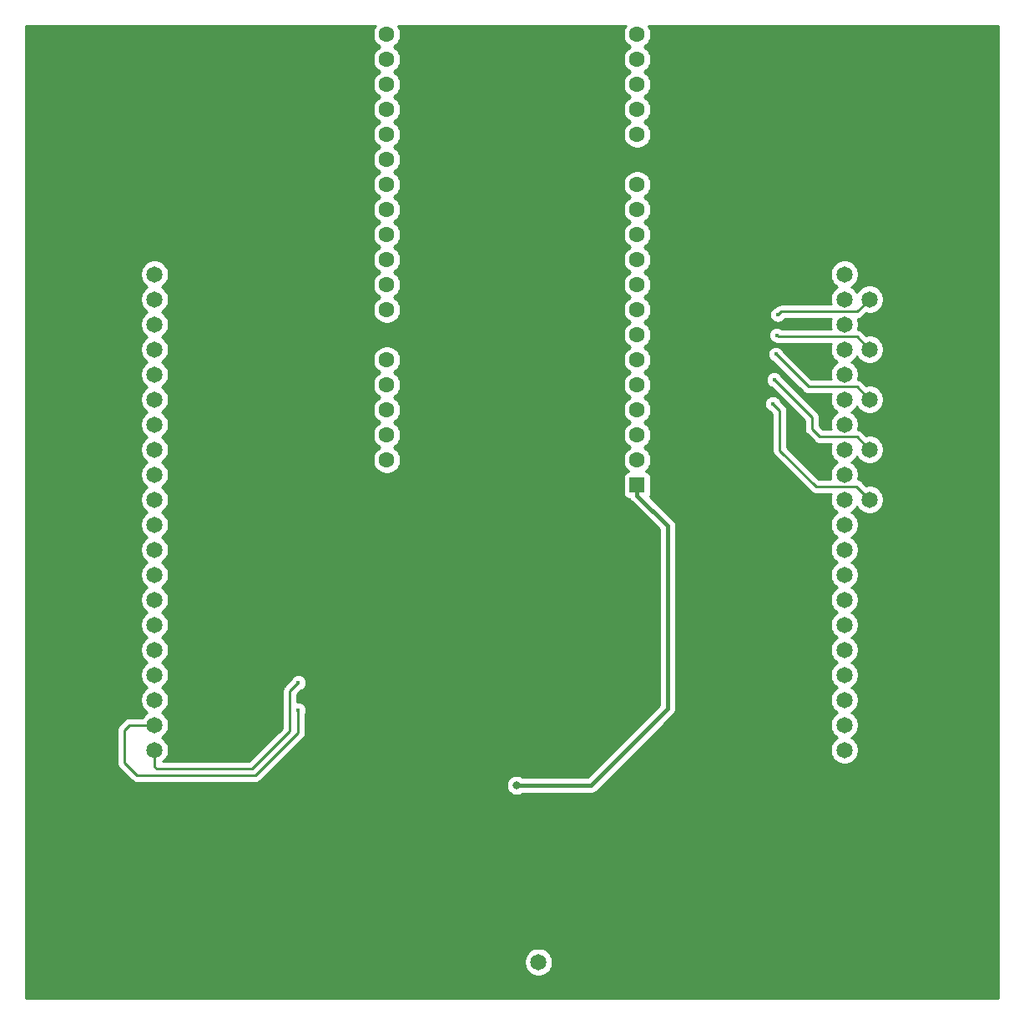
<source format=gbr>
%TF.GenerationSoftware,KiCad,Pcbnew,(5.1.9)-1*%
%TF.CreationDate,2021-12-22T11:31:27-05:00*%
%TF.ProjectId,ESP backpack,45535020-6261-4636-9b70-61636b2e6b69,rev?*%
%TF.SameCoordinates,Original*%
%TF.FileFunction,Copper,L2,Bot*%
%TF.FilePolarity,Positive*%
%FSLAX46Y46*%
G04 Gerber Fmt 4.6, Leading zero omitted, Abs format (unit mm)*
G04 Created by KiCad (PCBNEW (5.1.9)-1) date 2021-12-22 11:31:27*
%MOMM*%
%LPD*%
G01*
G04 APERTURE LIST*
%TA.AperFunction,ComponentPad*%
%ADD10C,1.650000*%
%TD*%
%TA.AperFunction,ComponentPad*%
%ADD11R,1.650000X1.650000*%
%TD*%
%TA.AperFunction,ComponentPad*%
%ADD12R,1.560000X1.560000*%
%TD*%
%TA.AperFunction,ComponentPad*%
%ADD13C,1.600000*%
%TD*%
%TA.AperFunction,ComponentPad*%
%ADD14C,1.651000*%
%TD*%
%TA.AperFunction,ViaPad*%
%ADD15C,0.400000*%
%TD*%
%TA.AperFunction,ViaPad*%
%ADD16C,0.800000*%
%TD*%
%TA.AperFunction,Conductor*%
%ADD17C,0.457200*%
%TD*%
%TA.AperFunction,Conductor*%
%ADD18C,0.254000*%
%TD*%
%TA.AperFunction,Conductor*%
%ADD19C,0.100000*%
%TD*%
G04 APERTURE END LIST*
D10*
%TO.P,5VDC_IN1,2*%
%TO.N,+5V*%
X52679600Y-95656400D03*
D11*
%TO.P,5VDC_IN1,1*%
%TO.N,GND*%
X47599600Y-95656400D03*
%TD*%
D12*
%TO.P,U1,1*%
%TO.N,+3V3*%
X62700000Y-47260000D03*
D13*
%TO.P,U1,2*%
%TO.N,Net-(U1-Pad2)*%
X62700000Y-44720000D03*
%TO.P,U1,19*%
%TO.N,Net-(ExtPower1-Pad2)*%
X62700000Y-1540000D03*
%TO.P,U1,3*%
%TO.N,Net-(U1-Pad3)*%
X62700000Y-42180000D03*
%TO.P,U1,4*%
%TO.N,Net-(U1-Pad4)*%
X62700000Y-39640000D03*
%TO.P,U1,5*%
%TO.N,Net-(R8-Pad1)*%
X62700000Y-37100000D03*
%TO.P,U1,6*%
%TO.N,Net-(R9-Pad1)*%
X62700000Y-34560000D03*
%TO.P,U1,7*%
%TO.N,Net-(U1-Pad7)*%
X62700000Y-32020000D03*
%TO.P,U1,8*%
%TO.N,Net-(R7-Pad1)*%
X62700000Y-29480000D03*
%TO.P,U1,9*%
%TO.N,Net-(R6-Pad1)*%
X62700000Y-26940000D03*
%TO.P,U1,10*%
%TO.N,Net-(R5-Pad1)*%
X62700000Y-24400000D03*
%TO.P,U1,11*%
%TO.N,Net-(R4-Pad1)*%
X62700000Y-21860000D03*
%TO.P,U1,12*%
%TO.N,Net-(R3-Pad1)*%
X62700000Y-19320000D03*
%TO.P,U1,13*%
%TO.N,Net-(R10-Pad1)*%
X62700000Y-16780000D03*
%TO.P,U1,14*%
%TO.N,GND*%
X62700000Y-14240000D03*
%TO.P,U1,15*%
%TO.N,Net-(U1-Pad15)*%
X62700000Y-11700000D03*
%TO.P,U1,16*%
%TO.N,Net-(U1-Pad16)*%
X62700000Y-9160000D03*
%TO.P,U1,17*%
%TO.N,Net-(U1-Pad17)*%
X62700000Y-6620000D03*
%TO.P,U1,18*%
%TO.N,Net-(U1-Pad18)*%
X62700000Y-4080000D03*
%TO.P,U1,20*%
%TO.N,GND*%
X37300000Y-47260000D03*
%TO.P,U1,21*%
%TO.N,Net-(U1-Pad21)*%
X37300000Y-44720000D03*
%TO.P,U1,22*%
%TO.N,/SCL*%
X37300000Y-42180000D03*
%TO.P,U1,23*%
%TO.N,Net-(U1-Pad23)*%
X37300000Y-39640000D03*
%TO.P,U1,24*%
%TO.N,Net-(U1-Pad24)*%
X37300000Y-37100000D03*
%TO.P,U1,25*%
%TO.N,/SDA*%
X37300000Y-34560000D03*
%TO.P,U1,26*%
%TO.N,GND*%
X37300000Y-32020000D03*
%TO.P,U1,27*%
%TO.N,Net-(U1-Pad27)*%
X37300000Y-29480000D03*
%TO.P,U1,28*%
%TO.N,Net-(U1-Pad28)*%
X37300000Y-26940000D03*
%TO.P,U1,29*%
%TO.N,Net-(U1-Pad29)*%
X37300000Y-24400000D03*
%TO.P,U1,30*%
%TO.N,Net-(U1-Pad30)*%
X37300000Y-21860000D03*
%TO.P,U1,31*%
%TO.N,Net-(U1-Pad31)*%
X37300000Y-19320000D03*
%TO.P,U1,32*%
%TO.N,Net-(U1-Pad32)*%
X37300000Y-16780000D03*
%TO.P,U1,33*%
%TO.N,Net-(U1-Pad33)*%
X37300000Y-14240000D03*
%TO.P,U1,34*%
%TO.N,Net-(U1-Pad34)*%
X37300000Y-11700000D03*
%TO.P,U1,35*%
%TO.N,Net-(U1-Pad35)*%
X37300000Y-9160000D03*
%TO.P,U1,36*%
%TO.N,Net-(U1-Pad36)*%
X37300000Y-6620000D03*
%TO.P,U1,37*%
%TO.N,Net-(U1-Pad37)*%
X37300000Y-4080000D03*
%TO.P,U1,38*%
%TO.N,Net-(U1-Pad38)*%
X37300000Y-1540000D03*
%TD*%
D14*
%TO.P,J1,40*%
%TO.N,GND*%
X16270000Y-74130000D03*
%TO.P,J1,39*%
%TO.N,Net-(J1-Pad39)*%
X13730000Y-74130000D03*
%TO.P,J1,38*%
%TO.N,GND*%
X16270000Y-71590000D03*
%TO.P,J1,37*%
%TO.N,Net-(J1-Pad37)*%
X13730000Y-71590000D03*
%TO.P,J1,36*%
%TO.N,GND*%
X16270000Y-69050000D03*
%TO.P,J1,35*%
%TO.N,+3V3*%
X13730000Y-69050000D03*
%TO.P,J1,34*%
%TO.N,GND*%
X16270000Y-66510000D03*
%TO.P,J1,33*%
%TO.N,+5V*%
X13730000Y-66510000D03*
%TO.P,J1,32*%
%TO.N,GND*%
X16270000Y-63970000D03*
%TO.P,J1,31*%
%TO.N,+5V*%
X13730000Y-63970000D03*
%TO.P,J1,30*%
%TO.N,GND*%
X16270000Y-61430000D03*
%TO.P,J1,29*%
%TO.N,+5V*%
X13730000Y-61430000D03*
%TO.P,J1,28*%
%TO.N,GND*%
X16270000Y-58890000D03*
%TO.P,J1,27*%
%TO.N,+5V*%
X13730000Y-58890000D03*
%TO.P,J1,26*%
%TO.N,GND*%
X16270000Y-56350000D03*
%TO.P,J1,25*%
%TO.N,+5V*%
X13730000Y-56350000D03*
%TO.P,J1,24*%
%TO.N,GND*%
X16270000Y-53810000D03*
%TO.P,J1,23*%
%TO.N,+5V*%
X13730000Y-53810000D03*
%TO.P,J1,22*%
%TO.N,GND*%
X16270000Y-51270000D03*
%TO.P,J1,21*%
%TO.N,+5V*%
X13730000Y-51270000D03*
%TO.P,J1,20*%
%TO.N,GND*%
X16270000Y-48730000D03*
%TO.P,J1,19*%
%TO.N,+5V*%
X13730000Y-48730000D03*
%TO.P,J1,18*%
%TO.N,GND*%
X16270000Y-46190000D03*
%TO.P,J1,17*%
%TO.N,+5V*%
X13730000Y-46190000D03*
%TO.P,J1,16*%
%TO.N,GND*%
X16270000Y-43650000D03*
%TO.P,J1,15*%
%TO.N,+5V*%
X13730000Y-43650000D03*
%TO.P,J1,14*%
%TO.N,GND*%
X16270000Y-41110000D03*
%TO.P,J1,13*%
%TO.N,+5V*%
X13730000Y-41110000D03*
%TO.P,J1,12*%
%TO.N,GND*%
X16270000Y-38570000D03*
%TO.P,J1,11*%
%TO.N,+5V*%
X13730000Y-38570000D03*
%TO.P,J1,10*%
%TO.N,GND*%
X16270000Y-36030000D03*
%TO.P,J1,09*%
%TO.N,+5V*%
X13730000Y-36030000D03*
%TO.P,J1,08*%
%TO.N,GND*%
X16270000Y-33490000D03*
%TO.P,J1,07*%
%TO.N,+5V*%
X13730000Y-33490000D03*
%TO.P,J1,06*%
%TO.N,GND*%
X16270000Y-30950000D03*
%TO.P,J1,05*%
%TO.N,+5V*%
X13730000Y-30950000D03*
%TO.P,J1,04*%
%TO.N,GND*%
X16270000Y-28410000D03*
%TO.P,J1,03*%
%TO.N,+5V*%
X13730000Y-28410000D03*
%TO.P,J1,02*%
%TO.N,GND*%
X16270000Y-25870000D03*
%TO.P,J1,01*%
%TO.N,+5V*%
X13730000Y-25870000D03*
%TD*%
%TO.P,J2,01*%
%TO.N,+5V*%
X83730000Y-25870000D03*
%TO.P,J2,02*%
%TO.N,GND*%
X86270000Y-25870000D03*
%TO.P,J2,03*%
%TO.N,+5V*%
X83730000Y-28410000D03*
%TO.P,J2,04*%
%TO.N,/OrangeLine*%
X86270000Y-28410000D03*
%TO.P,J2,05*%
%TO.N,+5V*%
X83730000Y-30950000D03*
%TO.P,J2,06*%
%TO.N,GND*%
X86270000Y-30950000D03*
%TO.P,J2,07*%
%TO.N,+5V*%
X83730000Y-33490000D03*
%TO.P,J2,08*%
%TO.N,/YellowLine*%
X86270000Y-33490000D03*
%TO.P,J2,09*%
%TO.N,+5V*%
X83730000Y-36030000D03*
%TO.P,J2,10*%
%TO.N,GND*%
X86270000Y-36030000D03*
%TO.P,J2,11*%
%TO.N,+5V*%
X83730000Y-38570000D03*
%TO.P,J2,12*%
%TO.N,/GreenLine*%
X86270000Y-38570000D03*
%TO.P,J2,13*%
%TO.N,+5V*%
X83730000Y-41110000D03*
%TO.P,J2,14*%
%TO.N,GND*%
X86270000Y-41110000D03*
%TO.P,J2,15*%
%TO.N,+5V*%
X83730000Y-43650000D03*
%TO.P,J2,16*%
%TO.N,/BlueLine*%
X86270000Y-43650000D03*
%TO.P,J2,17*%
%TO.N,+5V*%
X83730000Y-46190000D03*
%TO.P,J2,18*%
%TO.N,GND*%
X86270000Y-46190000D03*
%TO.P,J2,19*%
%TO.N,+5V*%
X83730000Y-48730000D03*
%TO.P,J2,20*%
%TO.N,/RedLine*%
X86270000Y-48730000D03*
%TO.P,J2,21*%
%TO.N,+5V*%
X83730000Y-51270000D03*
%TO.P,J2,22*%
%TO.N,GND*%
X86270000Y-51270000D03*
%TO.P,J2,23*%
%TO.N,+5V*%
X83730000Y-53810000D03*
%TO.P,J2,24*%
%TO.N,GND*%
X86270000Y-53810000D03*
%TO.P,J2,25*%
%TO.N,+5V*%
X83730000Y-56350000D03*
%TO.P,J2,26*%
%TO.N,GND*%
X86270000Y-56350000D03*
%TO.P,J2,27*%
%TO.N,+5V*%
X83730000Y-58890000D03*
%TO.P,J2,28*%
%TO.N,GND*%
X86270000Y-58890000D03*
%TO.P,J2,29*%
%TO.N,+5V*%
X83730000Y-61430000D03*
%TO.P,J2,30*%
%TO.N,GND*%
X86270000Y-61430000D03*
%TO.P,J2,31*%
%TO.N,+5V*%
X83730000Y-63970000D03*
%TO.P,J2,32*%
%TO.N,GND*%
X86270000Y-63970000D03*
%TO.P,J2,33*%
%TO.N,+5V*%
X83730000Y-66510000D03*
%TO.P,J2,34*%
%TO.N,GND*%
X86270000Y-66510000D03*
%TO.P,J2,35*%
%TO.N,+5V*%
X83730000Y-69050000D03*
%TO.P,J2,36*%
%TO.N,GND*%
X86270000Y-69050000D03*
%TO.P,J2,37*%
%TO.N,+5V*%
X83730000Y-71590000D03*
%TO.P,J2,38*%
%TO.N,GND*%
X86270000Y-71590000D03*
%TO.P,J2,39*%
%TO.N,+5V*%
X83730000Y-74130000D03*
%TO.P,J2,40*%
%TO.N,GND*%
X86270000Y-74130000D03*
%TD*%
D15*
%TO.N,GND*%
X17887600Y-13754800D03*
X19157600Y-9944800D03*
X20427600Y-13754800D03*
X20427600Y-15024800D03*
X17887600Y-9944800D03*
X19157600Y-15024800D03*
X19157600Y-11214800D03*
X19157600Y-12484800D03*
X19157600Y-8674800D03*
X17887600Y-15024800D03*
X17887600Y-8674800D03*
X17887600Y-11214800D03*
X20427600Y-12484800D03*
X20427600Y-11214800D03*
X20427600Y-9944800D03*
X19157600Y-13754800D03*
X20427600Y-8674800D03*
X17887600Y-12484800D03*
X80117600Y-13754800D03*
X81387600Y-9944800D03*
X82657600Y-13754800D03*
X82657600Y-15024800D03*
X80117600Y-9944800D03*
X81387600Y-15024800D03*
X81387600Y-11214800D03*
X81387600Y-12484800D03*
X81387600Y-8674800D03*
X80117600Y-15024800D03*
X80117600Y-8674800D03*
X80117600Y-11214800D03*
X82657600Y-12484800D03*
X82657600Y-11214800D03*
X82657600Y-9944800D03*
X81387600Y-13754800D03*
X82657600Y-8674800D03*
X80117600Y-12484800D03*
X79965200Y-89650000D03*
X81235200Y-85840000D03*
X82505200Y-89650000D03*
X82505200Y-90920000D03*
X79965200Y-85840000D03*
X81235200Y-90920000D03*
X81235200Y-87110000D03*
X81235200Y-88380000D03*
X81235200Y-84570000D03*
X79965200Y-90920000D03*
X79965200Y-84570000D03*
X79965200Y-87110000D03*
X82505200Y-88380000D03*
X82505200Y-87110000D03*
X82505200Y-85840000D03*
X81235200Y-89650000D03*
X82505200Y-84570000D03*
X79965200Y-88380000D03*
X17938400Y-85738400D03*
X17938400Y-89548400D03*
X19208400Y-85738400D03*
X19208400Y-90818400D03*
X20478400Y-89548400D03*
X20478400Y-90818400D03*
X19208400Y-87008400D03*
X19208400Y-88278400D03*
X19208400Y-84468400D03*
X17938400Y-87008400D03*
X20478400Y-87008400D03*
X17938400Y-84468400D03*
X19208400Y-89548400D03*
X17938400Y-88278400D03*
X20478400Y-88278400D03*
X20478400Y-85738400D03*
X17938400Y-90818400D03*
X20478400Y-84468400D03*
X44400000Y-65700000D03*
X44600000Y-73300000D03*
X76962000Y-70205600D03*
X76809600Y-57099200D03*
D16*
%TO.N,+3V3*%
X50444400Y-77724000D03*
D15*
X65786000Y-69977000D03*
%TO.N,/OrangeLine*%
X76962000Y-29972000D03*
%TO.N,/YellowLine*%
X76860400Y-32054800D03*
%TO.N,/GreenLine*%
X76758800Y-33985200D03*
%TO.N,/BlueLine*%
X76606400Y-36576000D03*
%TO.N,/RedLine*%
X76454000Y-39014400D03*
%TO.N,Net-(J1-Pad39)*%
X28321000Y-67310000D03*
%TO.N,Net-(J1-Pad37)*%
X28321000Y-70104000D03*
%TD*%
D17*
%TO.N,+3V3*%
X58039000Y-77724000D02*
X65786000Y-69977000D01*
X50444400Y-77724000D02*
X58039000Y-77724000D01*
X65786000Y-57404000D02*
X65786000Y-51409600D01*
X62700000Y-48323600D02*
X62700000Y-47260000D01*
X65786000Y-51409600D02*
X62700000Y-48323600D01*
X65786000Y-69951600D02*
X65786000Y-57404000D01*
D18*
%TO.N,/OrangeLine*%
X76962000Y-29972000D02*
X77266800Y-29667200D01*
X85012800Y-29667200D02*
X86270000Y-28410000D01*
X77266800Y-29667200D02*
X85012800Y-29667200D01*
%TO.N,/YellowLine*%
X76860400Y-32054800D02*
X77012800Y-32207200D01*
X84987200Y-32207200D02*
X86270000Y-33490000D01*
X77012800Y-32207200D02*
X84987200Y-32207200D01*
%TO.N,/GreenLine*%
X76758800Y-33985200D02*
X80060800Y-37287200D01*
X84987200Y-37287200D02*
X86270000Y-38570000D01*
X80060800Y-37287200D02*
X84987200Y-37287200D01*
%TO.N,/BlueLine*%
X76606400Y-36576000D02*
X80416400Y-40386000D01*
X80416400Y-40386000D02*
X80416400Y-41554400D01*
X80416400Y-41554400D02*
X81229200Y-42367200D01*
X84987200Y-42367200D02*
X86270000Y-43650000D01*
X81229200Y-42367200D02*
X84987200Y-42367200D01*
%TO.N,/RedLine*%
X84936400Y-47396400D02*
X86270000Y-48730000D01*
X80822800Y-47396400D02*
X84936400Y-47396400D01*
X77165200Y-39725600D02*
X77165200Y-43738800D01*
X77165200Y-43738800D02*
X80822800Y-47396400D01*
X76454000Y-39014400D02*
X77165200Y-39725600D01*
%TO.N,Net-(J1-Pad39)*%
X13730000Y-74130000D02*
X13730000Y-75833000D01*
X13730000Y-75833000D02*
X13970000Y-76073000D01*
X13970000Y-76073000D02*
X23622000Y-76073000D01*
X23622000Y-76073000D02*
X27432000Y-72263000D01*
X27432000Y-68199000D02*
X28321000Y-67310000D01*
X27432000Y-72263000D02*
X27432000Y-68199000D01*
%TO.N,Net-(J1-Pad37)*%
X28321000Y-72390000D02*
X28321000Y-70104000D01*
X11938000Y-76708000D02*
X24003000Y-76708000D01*
X24003000Y-76708000D02*
X28321000Y-72390000D01*
X10668000Y-75438000D02*
X11938000Y-76708000D01*
X10668000Y-72136000D02*
X10668000Y-75438000D01*
X11214000Y-71590000D02*
X10668000Y-72136000D01*
X13730000Y-71590000D02*
X11214000Y-71590000D01*
%TO.N,GND*%
X17600000Y-66700000D02*
X17410000Y-66510000D01*
X17410000Y-66510000D02*
X16270000Y-66510000D01*
%TD*%
%TO.N,GND*%
X36028320Y-860273D02*
X35920147Y-1121426D01*
X35865000Y-1398665D01*
X35865000Y-1681335D01*
X35920147Y-1958574D01*
X36028320Y-2219727D01*
X36185363Y-2454759D01*
X36385241Y-2654637D01*
X36617759Y-2810000D01*
X36385241Y-2965363D01*
X36185363Y-3165241D01*
X36028320Y-3400273D01*
X35920147Y-3661426D01*
X35865000Y-3938665D01*
X35865000Y-4221335D01*
X35920147Y-4498574D01*
X36028320Y-4759727D01*
X36185363Y-4994759D01*
X36385241Y-5194637D01*
X36617759Y-5350000D01*
X36385241Y-5505363D01*
X36185363Y-5705241D01*
X36028320Y-5940273D01*
X35920147Y-6201426D01*
X35865000Y-6478665D01*
X35865000Y-6761335D01*
X35920147Y-7038574D01*
X36028320Y-7299727D01*
X36185363Y-7534759D01*
X36385241Y-7734637D01*
X36617759Y-7890000D01*
X36385241Y-8045363D01*
X36185363Y-8245241D01*
X36028320Y-8480273D01*
X35920147Y-8741426D01*
X35865000Y-9018665D01*
X35865000Y-9301335D01*
X35920147Y-9578574D01*
X36028320Y-9839727D01*
X36185363Y-10074759D01*
X36385241Y-10274637D01*
X36617759Y-10430000D01*
X36385241Y-10585363D01*
X36185363Y-10785241D01*
X36028320Y-11020273D01*
X35920147Y-11281426D01*
X35865000Y-11558665D01*
X35865000Y-11841335D01*
X35920147Y-12118574D01*
X36028320Y-12379727D01*
X36185363Y-12614759D01*
X36385241Y-12814637D01*
X36617759Y-12970000D01*
X36385241Y-13125363D01*
X36185363Y-13325241D01*
X36028320Y-13560273D01*
X35920147Y-13821426D01*
X35865000Y-14098665D01*
X35865000Y-14381335D01*
X35920147Y-14658574D01*
X36028320Y-14919727D01*
X36185363Y-15154759D01*
X36385241Y-15354637D01*
X36617759Y-15510000D01*
X36385241Y-15665363D01*
X36185363Y-15865241D01*
X36028320Y-16100273D01*
X35920147Y-16361426D01*
X35865000Y-16638665D01*
X35865000Y-16921335D01*
X35920147Y-17198574D01*
X36028320Y-17459727D01*
X36185363Y-17694759D01*
X36385241Y-17894637D01*
X36617759Y-18050000D01*
X36385241Y-18205363D01*
X36185363Y-18405241D01*
X36028320Y-18640273D01*
X35920147Y-18901426D01*
X35865000Y-19178665D01*
X35865000Y-19461335D01*
X35920147Y-19738574D01*
X36028320Y-19999727D01*
X36185363Y-20234759D01*
X36385241Y-20434637D01*
X36617759Y-20590000D01*
X36385241Y-20745363D01*
X36185363Y-20945241D01*
X36028320Y-21180273D01*
X35920147Y-21441426D01*
X35865000Y-21718665D01*
X35865000Y-22001335D01*
X35920147Y-22278574D01*
X36028320Y-22539727D01*
X36185363Y-22774759D01*
X36385241Y-22974637D01*
X36617759Y-23130000D01*
X36385241Y-23285363D01*
X36185363Y-23485241D01*
X36028320Y-23720273D01*
X35920147Y-23981426D01*
X35865000Y-24258665D01*
X35865000Y-24541335D01*
X35920147Y-24818574D01*
X36028320Y-25079727D01*
X36185363Y-25314759D01*
X36385241Y-25514637D01*
X36617759Y-25670000D01*
X36385241Y-25825363D01*
X36185363Y-26025241D01*
X36028320Y-26260273D01*
X35920147Y-26521426D01*
X35865000Y-26798665D01*
X35865000Y-27081335D01*
X35920147Y-27358574D01*
X36028320Y-27619727D01*
X36185363Y-27854759D01*
X36385241Y-28054637D01*
X36617759Y-28210000D01*
X36385241Y-28365363D01*
X36185363Y-28565241D01*
X36028320Y-28800273D01*
X35920147Y-29061426D01*
X35865000Y-29338665D01*
X35865000Y-29621335D01*
X35920147Y-29898574D01*
X36028320Y-30159727D01*
X36185363Y-30394759D01*
X36385241Y-30594637D01*
X36620273Y-30751680D01*
X36881426Y-30859853D01*
X37158665Y-30915000D01*
X37441335Y-30915000D01*
X37718574Y-30859853D01*
X37979727Y-30751680D01*
X38214759Y-30594637D01*
X38414637Y-30394759D01*
X38571680Y-30159727D01*
X38679853Y-29898574D01*
X38735000Y-29621335D01*
X38735000Y-29338665D01*
X38679853Y-29061426D01*
X38571680Y-28800273D01*
X38414637Y-28565241D01*
X38214759Y-28365363D01*
X37982241Y-28210000D01*
X38214759Y-28054637D01*
X38414637Y-27854759D01*
X38571680Y-27619727D01*
X38679853Y-27358574D01*
X38735000Y-27081335D01*
X38735000Y-26798665D01*
X38679853Y-26521426D01*
X38571680Y-26260273D01*
X38414637Y-26025241D01*
X38214759Y-25825363D01*
X37982241Y-25670000D01*
X38214759Y-25514637D01*
X38414637Y-25314759D01*
X38571680Y-25079727D01*
X38679853Y-24818574D01*
X38735000Y-24541335D01*
X38735000Y-24258665D01*
X38679853Y-23981426D01*
X38571680Y-23720273D01*
X38414637Y-23485241D01*
X38214759Y-23285363D01*
X37982241Y-23130000D01*
X38214759Y-22974637D01*
X38414637Y-22774759D01*
X38571680Y-22539727D01*
X38679853Y-22278574D01*
X38735000Y-22001335D01*
X38735000Y-21718665D01*
X38679853Y-21441426D01*
X38571680Y-21180273D01*
X38414637Y-20945241D01*
X38214759Y-20745363D01*
X37982241Y-20590000D01*
X38214759Y-20434637D01*
X38414637Y-20234759D01*
X38571680Y-19999727D01*
X38679853Y-19738574D01*
X38735000Y-19461335D01*
X38735000Y-19178665D01*
X38679853Y-18901426D01*
X38571680Y-18640273D01*
X38414637Y-18405241D01*
X38214759Y-18205363D01*
X37982241Y-18050000D01*
X38214759Y-17894637D01*
X38414637Y-17694759D01*
X38571680Y-17459727D01*
X38679853Y-17198574D01*
X38735000Y-16921335D01*
X38735000Y-16638665D01*
X38679853Y-16361426D01*
X38571680Y-16100273D01*
X38414637Y-15865241D01*
X38214759Y-15665363D01*
X37982241Y-15510000D01*
X38214759Y-15354637D01*
X38414637Y-15154759D01*
X38571680Y-14919727D01*
X38679853Y-14658574D01*
X38735000Y-14381335D01*
X38735000Y-14098665D01*
X38679853Y-13821426D01*
X38571680Y-13560273D01*
X38414637Y-13325241D01*
X38214759Y-13125363D01*
X37982241Y-12970000D01*
X38214759Y-12814637D01*
X38414637Y-12614759D01*
X38571680Y-12379727D01*
X38679853Y-12118574D01*
X38735000Y-11841335D01*
X38735000Y-11558665D01*
X38679853Y-11281426D01*
X38571680Y-11020273D01*
X38414637Y-10785241D01*
X38214759Y-10585363D01*
X37982241Y-10430000D01*
X38214759Y-10274637D01*
X38414637Y-10074759D01*
X38571680Y-9839727D01*
X38679853Y-9578574D01*
X38735000Y-9301335D01*
X38735000Y-9018665D01*
X38679853Y-8741426D01*
X38571680Y-8480273D01*
X38414637Y-8245241D01*
X38214759Y-8045363D01*
X37982241Y-7890000D01*
X38214759Y-7734637D01*
X38414637Y-7534759D01*
X38571680Y-7299727D01*
X38679853Y-7038574D01*
X38735000Y-6761335D01*
X38735000Y-6478665D01*
X38679853Y-6201426D01*
X38571680Y-5940273D01*
X38414637Y-5705241D01*
X38214759Y-5505363D01*
X37982241Y-5350000D01*
X38214759Y-5194637D01*
X38414637Y-4994759D01*
X38571680Y-4759727D01*
X38679853Y-4498574D01*
X38735000Y-4221335D01*
X38735000Y-3938665D01*
X38679853Y-3661426D01*
X38571680Y-3400273D01*
X38414637Y-3165241D01*
X38214759Y-2965363D01*
X37982241Y-2810000D01*
X38214759Y-2654637D01*
X38414637Y-2454759D01*
X38571680Y-2219727D01*
X38679853Y-1958574D01*
X38735000Y-1681335D01*
X38735000Y-1398665D01*
X38679853Y-1121426D01*
X38571680Y-860273D01*
X38437862Y-660000D01*
X61562138Y-660000D01*
X61428320Y-860273D01*
X61320147Y-1121426D01*
X61265000Y-1398665D01*
X61265000Y-1681335D01*
X61320147Y-1958574D01*
X61428320Y-2219727D01*
X61585363Y-2454759D01*
X61785241Y-2654637D01*
X62017759Y-2810000D01*
X61785241Y-2965363D01*
X61585363Y-3165241D01*
X61428320Y-3400273D01*
X61320147Y-3661426D01*
X61265000Y-3938665D01*
X61265000Y-4221335D01*
X61320147Y-4498574D01*
X61428320Y-4759727D01*
X61585363Y-4994759D01*
X61785241Y-5194637D01*
X62017759Y-5350000D01*
X61785241Y-5505363D01*
X61585363Y-5705241D01*
X61428320Y-5940273D01*
X61320147Y-6201426D01*
X61265000Y-6478665D01*
X61265000Y-6761335D01*
X61320147Y-7038574D01*
X61428320Y-7299727D01*
X61585363Y-7534759D01*
X61785241Y-7734637D01*
X62017759Y-7890000D01*
X61785241Y-8045363D01*
X61585363Y-8245241D01*
X61428320Y-8480273D01*
X61320147Y-8741426D01*
X61265000Y-9018665D01*
X61265000Y-9301335D01*
X61320147Y-9578574D01*
X61428320Y-9839727D01*
X61585363Y-10074759D01*
X61785241Y-10274637D01*
X62017759Y-10430000D01*
X61785241Y-10585363D01*
X61585363Y-10785241D01*
X61428320Y-11020273D01*
X61320147Y-11281426D01*
X61265000Y-11558665D01*
X61265000Y-11841335D01*
X61320147Y-12118574D01*
X61428320Y-12379727D01*
X61585363Y-12614759D01*
X61785241Y-12814637D01*
X62020273Y-12971680D01*
X62281426Y-13079853D01*
X62558665Y-13135000D01*
X62841335Y-13135000D01*
X63118574Y-13079853D01*
X63379727Y-12971680D01*
X63614759Y-12814637D01*
X63814637Y-12614759D01*
X63971680Y-12379727D01*
X64079853Y-12118574D01*
X64135000Y-11841335D01*
X64135000Y-11558665D01*
X64079853Y-11281426D01*
X63971680Y-11020273D01*
X63814637Y-10785241D01*
X63614759Y-10585363D01*
X63382241Y-10430000D01*
X63614759Y-10274637D01*
X63814637Y-10074759D01*
X63971680Y-9839727D01*
X64079853Y-9578574D01*
X64135000Y-9301335D01*
X64135000Y-9018665D01*
X64079853Y-8741426D01*
X63971680Y-8480273D01*
X63814637Y-8245241D01*
X63614759Y-8045363D01*
X63382241Y-7890000D01*
X63614759Y-7734637D01*
X63814637Y-7534759D01*
X63971680Y-7299727D01*
X64079853Y-7038574D01*
X64135000Y-6761335D01*
X64135000Y-6478665D01*
X64079853Y-6201426D01*
X63971680Y-5940273D01*
X63814637Y-5705241D01*
X63614759Y-5505363D01*
X63382241Y-5350000D01*
X63614759Y-5194637D01*
X63814637Y-4994759D01*
X63971680Y-4759727D01*
X64079853Y-4498574D01*
X64135000Y-4221335D01*
X64135000Y-3938665D01*
X64079853Y-3661426D01*
X63971680Y-3400273D01*
X63814637Y-3165241D01*
X63614759Y-2965363D01*
X63382241Y-2810000D01*
X63614759Y-2654637D01*
X63814637Y-2454759D01*
X63971680Y-2219727D01*
X64079853Y-1958574D01*
X64135000Y-1681335D01*
X64135000Y-1398665D01*
X64079853Y-1121426D01*
X63971680Y-860273D01*
X63837862Y-660000D01*
X99340001Y-660000D01*
X99340000Y-99340000D01*
X660000Y-99340000D01*
X660000Y-95512603D01*
X51219600Y-95512603D01*
X51219600Y-95800197D01*
X51275707Y-96082266D01*
X51385765Y-96347969D01*
X51545544Y-96587096D01*
X51748904Y-96790456D01*
X51988031Y-96950235D01*
X52253734Y-97060293D01*
X52535803Y-97116400D01*
X52823397Y-97116400D01*
X53105466Y-97060293D01*
X53371169Y-96950235D01*
X53610296Y-96790456D01*
X53813656Y-96587096D01*
X53973435Y-96347969D01*
X54083493Y-96082266D01*
X54139600Y-95800197D01*
X54139600Y-95512603D01*
X54083493Y-95230534D01*
X53973435Y-94964831D01*
X53813656Y-94725704D01*
X53610296Y-94522344D01*
X53371169Y-94362565D01*
X53105466Y-94252507D01*
X52823397Y-94196400D01*
X52535803Y-94196400D01*
X52253734Y-94252507D01*
X51988031Y-94362565D01*
X51748904Y-94522344D01*
X51545544Y-94725704D01*
X51385765Y-94964831D01*
X51275707Y-95230534D01*
X51219600Y-95512603D01*
X660000Y-95512603D01*
X660000Y-77622061D01*
X49409400Y-77622061D01*
X49409400Y-77825939D01*
X49449174Y-78025898D01*
X49527195Y-78214256D01*
X49640463Y-78383774D01*
X49784626Y-78527937D01*
X49954144Y-78641205D01*
X50142502Y-78719226D01*
X50342461Y-78759000D01*
X50546339Y-78759000D01*
X50746298Y-78719226D01*
X50934656Y-78641205D01*
X51014882Y-78587600D01*
X57996580Y-78587600D01*
X58039000Y-78591778D01*
X58081420Y-78587600D01*
X58208295Y-78575104D01*
X58371084Y-78525722D01*
X58521112Y-78445531D01*
X58652612Y-78337612D01*
X58679664Y-78304649D01*
X66426652Y-70557663D01*
X66507530Y-70459113D01*
X66587721Y-70309085D01*
X66637103Y-70146296D01*
X66653778Y-69977001D01*
X66649600Y-69934583D01*
X66649600Y-51452019D01*
X66653778Y-51409599D01*
X66637104Y-51240305D01*
X66602476Y-51126153D01*
X66587722Y-51077516D01*
X66507531Y-50927488D01*
X66399612Y-50795988D01*
X66366655Y-50768941D01*
X64002275Y-48404562D01*
X64010537Y-48394494D01*
X64069502Y-48284180D01*
X64105812Y-48164482D01*
X64118072Y-48040000D01*
X64118072Y-46480000D01*
X64105812Y-46355518D01*
X64069502Y-46235820D01*
X64010537Y-46125506D01*
X63931185Y-46028815D01*
X63834494Y-45949463D01*
X63724180Y-45890498D01*
X63604482Y-45854188D01*
X63587937Y-45852559D01*
X63614759Y-45834637D01*
X63814637Y-45634759D01*
X63971680Y-45399727D01*
X64079853Y-45138574D01*
X64135000Y-44861335D01*
X64135000Y-44578665D01*
X64079853Y-44301426D01*
X63971680Y-44040273D01*
X63814637Y-43805241D01*
X63614759Y-43605363D01*
X63382241Y-43450000D01*
X63614759Y-43294637D01*
X63814637Y-43094759D01*
X63971680Y-42859727D01*
X64079853Y-42598574D01*
X64135000Y-42321335D01*
X64135000Y-42038665D01*
X64079853Y-41761426D01*
X63971680Y-41500273D01*
X63814637Y-41265241D01*
X63614759Y-41065363D01*
X63382241Y-40910000D01*
X63614759Y-40754637D01*
X63814637Y-40554759D01*
X63971680Y-40319727D01*
X64079853Y-40058574D01*
X64135000Y-39781335D01*
X64135000Y-39498665D01*
X64079853Y-39221426D01*
X63971680Y-38960273D01*
X63952896Y-38932160D01*
X75619000Y-38932160D01*
X75619000Y-39096640D01*
X75651089Y-39257960D01*
X75714033Y-39409921D01*
X75805413Y-39546681D01*
X75921719Y-39662987D01*
X76058479Y-39754367D01*
X76157248Y-39795278D01*
X76403200Y-40041230D01*
X76403201Y-43701367D01*
X76399514Y-43738800D01*
X76414227Y-43888178D01*
X76457799Y-44031815D01*
X76528555Y-44164192D01*
X76599921Y-44251151D01*
X76623779Y-44280222D01*
X76652849Y-44304079D01*
X80257516Y-47908746D01*
X80281378Y-47937822D01*
X80346805Y-47991516D01*
X80397407Y-48033045D01*
X80468164Y-48070865D01*
X80529785Y-48103802D01*
X80673422Y-48147374D01*
X80785374Y-48158400D01*
X80785377Y-48158400D01*
X80822800Y-48162086D01*
X80860223Y-48158400D01*
X82385930Y-48158400D01*
X82325626Y-48303988D01*
X82269500Y-48586153D01*
X82269500Y-48873847D01*
X82325626Y-49156012D01*
X82435721Y-49421806D01*
X82595555Y-49661015D01*
X82798985Y-49864445D01*
X83001858Y-50000000D01*
X82798985Y-50135555D01*
X82595555Y-50338985D01*
X82435721Y-50578194D01*
X82325626Y-50843988D01*
X82269500Y-51126153D01*
X82269500Y-51413847D01*
X82325626Y-51696012D01*
X82435721Y-51961806D01*
X82595555Y-52201015D01*
X82798985Y-52404445D01*
X83001858Y-52540000D01*
X82798985Y-52675555D01*
X82595555Y-52878985D01*
X82435721Y-53118194D01*
X82325626Y-53383988D01*
X82269500Y-53666153D01*
X82269500Y-53953847D01*
X82325626Y-54236012D01*
X82435721Y-54501806D01*
X82595555Y-54741015D01*
X82798985Y-54944445D01*
X83001858Y-55080000D01*
X82798985Y-55215555D01*
X82595555Y-55418985D01*
X82435721Y-55658194D01*
X82325626Y-55923988D01*
X82269500Y-56206153D01*
X82269500Y-56493847D01*
X82325626Y-56776012D01*
X82435721Y-57041806D01*
X82595555Y-57281015D01*
X82798985Y-57484445D01*
X83001858Y-57620000D01*
X82798985Y-57755555D01*
X82595555Y-57958985D01*
X82435721Y-58198194D01*
X82325626Y-58463988D01*
X82269500Y-58746153D01*
X82269500Y-59033847D01*
X82325626Y-59316012D01*
X82435721Y-59581806D01*
X82595555Y-59821015D01*
X82798985Y-60024445D01*
X83001858Y-60160000D01*
X82798985Y-60295555D01*
X82595555Y-60498985D01*
X82435721Y-60738194D01*
X82325626Y-61003988D01*
X82269500Y-61286153D01*
X82269500Y-61573847D01*
X82325626Y-61856012D01*
X82435721Y-62121806D01*
X82595555Y-62361015D01*
X82798985Y-62564445D01*
X83001858Y-62700000D01*
X82798985Y-62835555D01*
X82595555Y-63038985D01*
X82435721Y-63278194D01*
X82325626Y-63543988D01*
X82269500Y-63826153D01*
X82269500Y-64113847D01*
X82325626Y-64396012D01*
X82435721Y-64661806D01*
X82595555Y-64901015D01*
X82798985Y-65104445D01*
X83001858Y-65240000D01*
X82798985Y-65375555D01*
X82595555Y-65578985D01*
X82435721Y-65818194D01*
X82325626Y-66083988D01*
X82269500Y-66366153D01*
X82269500Y-66653847D01*
X82325626Y-66936012D01*
X82435721Y-67201806D01*
X82595555Y-67441015D01*
X82798985Y-67644445D01*
X83001858Y-67780000D01*
X82798985Y-67915555D01*
X82595555Y-68118985D01*
X82435721Y-68358194D01*
X82325626Y-68623988D01*
X82269500Y-68906153D01*
X82269500Y-69193847D01*
X82325626Y-69476012D01*
X82435721Y-69741806D01*
X82595555Y-69981015D01*
X82798985Y-70184445D01*
X83001858Y-70320000D01*
X82798985Y-70455555D01*
X82595555Y-70658985D01*
X82435721Y-70898194D01*
X82325626Y-71163988D01*
X82269500Y-71446153D01*
X82269500Y-71733847D01*
X82325626Y-72016012D01*
X82435721Y-72281806D01*
X82595555Y-72521015D01*
X82798985Y-72724445D01*
X83001858Y-72860000D01*
X82798985Y-72995555D01*
X82595555Y-73198985D01*
X82435721Y-73438194D01*
X82325626Y-73703988D01*
X82269500Y-73986153D01*
X82269500Y-74273847D01*
X82325626Y-74556012D01*
X82435721Y-74821806D01*
X82595555Y-75061015D01*
X82798985Y-75264445D01*
X83038194Y-75424279D01*
X83303988Y-75534374D01*
X83586153Y-75590500D01*
X83873847Y-75590500D01*
X84156012Y-75534374D01*
X84421806Y-75424279D01*
X84661015Y-75264445D01*
X84864445Y-75061015D01*
X85024279Y-74821806D01*
X85134374Y-74556012D01*
X85190500Y-74273847D01*
X85190500Y-73986153D01*
X85134374Y-73703988D01*
X85024279Y-73438194D01*
X84864445Y-73198985D01*
X84661015Y-72995555D01*
X84458142Y-72860000D01*
X84661015Y-72724445D01*
X84864445Y-72521015D01*
X85024279Y-72281806D01*
X85134374Y-72016012D01*
X85190500Y-71733847D01*
X85190500Y-71446153D01*
X85134374Y-71163988D01*
X85024279Y-70898194D01*
X84864445Y-70658985D01*
X84661015Y-70455555D01*
X84458142Y-70320000D01*
X84661015Y-70184445D01*
X84864445Y-69981015D01*
X85024279Y-69741806D01*
X85134374Y-69476012D01*
X85190500Y-69193847D01*
X85190500Y-68906153D01*
X85134374Y-68623988D01*
X85024279Y-68358194D01*
X84864445Y-68118985D01*
X84661015Y-67915555D01*
X84458142Y-67780000D01*
X84661015Y-67644445D01*
X84864445Y-67441015D01*
X85024279Y-67201806D01*
X85134374Y-66936012D01*
X85190500Y-66653847D01*
X85190500Y-66366153D01*
X85134374Y-66083988D01*
X85024279Y-65818194D01*
X84864445Y-65578985D01*
X84661015Y-65375555D01*
X84458142Y-65240000D01*
X84661015Y-65104445D01*
X84864445Y-64901015D01*
X85024279Y-64661806D01*
X85134374Y-64396012D01*
X85190500Y-64113847D01*
X85190500Y-63826153D01*
X85134374Y-63543988D01*
X85024279Y-63278194D01*
X84864445Y-63038985D01*
X84661015Y-62835555D01*
X84458142Y-62700000D01*
X84661015Y-62564445D01*
X84864445Y-62361015D01*
X85024279Y-62121806D01*
X85134374Y-61856012D01*
X85190500Y-61573847D01*
X85190500Y-61286153D01*
X85134374Y-61003988D01*
X85024279Y-60738194D01*
X84864445Y-60498985D01*
X84661015Y-60295555D01*
X84458142Y-60160000D01*
X84661015Y-60024445D01*
X84864445Y-59821015D01*
X85024279Y-59581806D01*
X85134374Y-59316012D01*
X85190500Y-59033847D01*
X85190500Y-58746153D01*
X85134374Y-58463988D01*
X85024279Y-58198194D01*
X84864445Y-57958985D01*
X84661015Y-57755555D01*
X84458142Y-57620000D01*
X84661015Y-57484445D01*
X84864445Y-57281015D01*
X85024279Y-57041806D01*
X85134374Y-56776012D01*
X85190500Y-56493847D01*
X85190500Y-56206153D01*
X85134374Y-55923988D01*
X85024279Y-55658194D01*
X84864445Y-55418985D01*
X84661015Y-55215555D01*
X84458142Y-55080000D01*
X84661015Y-54944445D01*
X84864445Y-54741015D01*
X85024279Y-54501806D01*
X85134374Y-54236012D01*
X85190500Y-53953847D01*
X85190500Y-53666153D01*
X85134374Y-53383988D01*
X85024279Y-53118194D01*
X84864445Y-52878985D01*
X84661015Y-52675555D01*
X84458142Y-52540000D01*
X84661015Y-52404445D01*
X84864445Y-52201015D01*
X85024279Y-51961806D01*
X85134374Y-51696012D01*
X85190500Y-51413847D01*
X85190500Y-51126153D01*
X85134374Y-50843988D01*
X85024279Y-50578194D01*
X84864445Y-50338985D01*
X84661015Y-50135555D01*
X84458142Y-50000000D01*
X84661015Y-49864445D01*
X84864445Y-49661015D01*
X85000000Y-49458142D01*
X85135555Y-49661015D01*
X85338985Y-49864445D01*
X85578194Y-50024279D01*
X85843988Y-50134374D01*
X86126153Y-50190500D01*
X86413847Y-50190500D01*
X86696012Y-50134374D01*
X86961806Y-50024279D01*
X87201015Y-49864445D01*
X87404445Y-49661015D01*
X87564279Y-49421806D01*
X87674374Y-49156012D01*
X87730500Y-48873847D01*
X87730500Y-48586153D01*
X87674374Y-48303988D01*
X87564279Y-48038194D01*
X87404445Y-47798985D01*
X87201015Y-47595555D01*
X86961806Y-47435721D01*
X86696012Y-47325626D01*
X86413847Y-47269500D01*
X86126153Y-47269500D01*
X85926787Y-47309156D01*
X85501684Y-46884054D01*
X85477822Y-46854978D01*
X85361792Y-46759755D01*
X85229415Y-46688998D01*
X85118126Y-46655239D01*
X85134374Y-46616012D01*
X85190500Y-46333847D01*
X85190500Y-46046153D01*
X85134374Y-45763988D01*
X85024279Y-45498194D01*
X84864445Y-45258985D01*
X84661015Y-45055555D01*
X84458142Y-44920000D01*
X84661015Y-44784445D01*
X84864445Y-44581015D01*
X85000000Y-44378142D01*
X85135555Y-44581015D01*
X85338985Y-44784445D01*
X85578194Y-44944279D01*
X85843988Y-45054374D01*
X86126153Y-45110500D01*
X86413847Y-45110500D01*
X86696012Y-45054374D01*
X86961806Y-44944279D01*
X87201015Y-44784445D01*
X87404445Y-44581015D01*
X87564279Y-44341806D01*
X87674374Y-44076012D01*
X87730500Y-43793847D01*
X87730500Y-43506153D01*
X87674374Y-43223988D01*
X87564279Y-42958194D01*
X87404445Y-42718985D01*
X87201015Y-42515555D01*
X86961806Y-42355721D01*
X86696012Y-42245626D01*
X86413847Y-42189500D01*
X86126153Y-42189500D01*
X85926787Y-42229156D01*
X85552484Y-41854854D01*
X85528622Y-41825778D01*
X85412592Y-41730555D01*
X85280215Y-41659798D01*
X85136578Y-41616226D01*
X85102537Y-41612873D01*
X85134374Y-41536012D01*
X85190500Y-41253847D01*
X85190500Y-40966153D01*
X85134374Y-40683988D01*
X85024279Y-40418194D01*
X84864445Y-40178985D01*
X84661015Y-39975555D01*
X84458142Y-39840000D01*
X84661015Y-39704445D01*
X84864445Y-39501015D01*
X85000000Y-39298142D01*
X85135555Y-39501015D01*
X85338985Y-39704445D01*
X85578194Y-39864279D01*
X85843988Y-39974374D01*
X86126153Y-40030500D01*
X86413847Y-40030500D01*
X86696012Y-39974374D01*
X86961806Y-39864279D01*
X87201015Y-39704445D01*
X87404445Y-39501015D01*
X87564279Y-39261806D01*
X87674374Y-38996012D01*
X87730500Y-38713847D01*
X87730500Y-38426153D01*
X87674374Y-38143988D01*
X87564279Y-37878194D01*
X87404445Y-37638985D01*
X87201015Y-37435555D01*
X86961806Y-37275721D01*
X86696012Y-37165626D01*
X86413847Y-37109500D01*
X86126153Y-37109500D01*
X85926787Y-37149156D01*
X85552484Y-36774854D01*
X85528622Y-36745778D01*
X85412592Y-36650555D01*
X85280215Y-36579798D01*
X85136578Y-36536226D01*
X85102537Y-36532873D01*
X85134374Y-36456012D01*
X85190500Y-36173847D01*
X85190500Y-35886153D01*
X85134374Y-35603988D01*
X85024279Y-35338194D01*
X84864445Y-35098985D01*
X84661015Y-34895555D01*
X84458142Y-34760000D01*
X84661015Y-34624445D01*
X84864445Y-34421015D01*
X85000000Y-34218142D01*
X85135555Y-34421015D01*
X85338985Y-34624445D01*
X85578194Y-34784279D01*
X85843988Y-34894374D01*
X86126153Y-34950500D01*
X86413847Y-34950500D01*
X86696012Y-34894374D01*
X86961806Y-34784279D01*
X87201015Y-34624445D01*
X87404445Y-34421015D01*
X87564279Y-34181806D01*
X87674374Y-33916012D01*
X87730500Y-33633847D01*
X87730500Y-33346153D01*
X87674374Y-33063988D01*
X87564279Y-32798194D01*
X87404445Y-32558985D01*
X87201015Y-32355555D01*
X86961806Y-32195721D01*
X86696012Y-32085626D01*
X86413847Y-32029500D01*
X86126153Y-32029500D01*
X85926787Y-32069156D01*
X85552484Y-31694854D01*
X85528622Y-31665778D01*
X85412592Y-31570555D01*
X85280215Y-31499798D01*
X85136578Y-31456226D01*
X85102537Y-31452873D01*
X85134374Y-31376012D01*
X85190500Y-31093847D01*
X85190500Y-30806153D01*
X85134374Y-30523988D01*
X85093352Y-30424953D01*
X85162178Y-30418174D01*
X85305815Y-30374602D01*
X85438192Y-30303845D01*
X85554222Y-30208622D01*
X85578084Y-30179546D01*
X85926787Y-29830844D01*
X86126153Y-29870500D01*
X86413847Y-29870500D01*
X86696012Y-29814374D01*
X86961806Y-29704279D01*
X87201015Y-29544445D01*
X87404445Y-29341015D01*
X87564279Y-29101806D01*
X87674374Y-28836012D01*
X87730500Y-28553847D01*
X87730500Y-28266153D01*
X87674374Y-27983988D01*
X87564279Y-27718194D01*
X87404445Y-27478985D01*
X87201015Y-27275555D01*
X86961806Y-27115721D01*
X86696012Y-27005626D01*
X86413847Y-26949500D01*
X86126153Y-26949500D01*
X85843988Y-27005626D01*
X85578194Y-27115721D01*
X85338985Y-27275555D01*
X85135555Y-27478985D01*
X85000000Y-27681858D01*
X84864445Y-27478985D01*
X84661015Y-27275555D01*
X84458142Y-27140000D01*
X84661015Y-27004445D01*
X84864445Y-26801015D01*
X85024279Y-26561806D01*
X85134374Y-26296012D01*
X85190500Y-26013847D01*
X85190500Y-25726153D01*
X85134374Y-25443988D01*
X85024279Y-25178194D01*
X84864445Y-24938985D01*
X84661015Y-24735555D01*
X84421806Y-24575721D01*
X84156012Y-24465626D01*
X83873847Y-24409500D01*
X83586153Y-24409500D01*
X83303988Y-24465626D01*
X83038194Y-24575721D01*
X82798985Y-24735555D01*
X82595555Y-24938985D01*
X82435721Y-25178194D01*
X82325626Y-25443988D01*
X82269500Y-25726153D01*
X82269500Y-26013847D01*
X82325626Y-26296012D01*
X82435721Y-26561806D01*
X82595555Y-26801015D01*
X82798985Y-27004445D01*
X83001858Y-27140000D01*
X82798985Y-27275555D01*
X82595555Y-27478985D01*
X82435721Y-27718194D01*
X82325626Y-27983988D01*
X82269500Y-28266153D01*
X82269500Y-28553847D01*
X82325626Y-28836012D01*
X82354284Y-28905200D01*
X77304222Y-28905200D01*
X77266799Y-28901514D01*
X77229376Y-28905200D01*
X77229374Y-28905200D01*
X77117422Y-28916226D01*
X76973785Y-28959798D01*
X76841408Y-29030555D01*
X76725378Y-29125778D01*
X76701516Y-29154854D01*
X76665248Y-29191122D01*
X76566479Y-29232033D01*
X76429719Y-29323413D01*
X76313413Y-29439719D01*
X76222033Y-29576479D01*
X76159089Y-29728440D01*
X76127000Y-29889760D01*
X76127000Y-30054240D01*
X76159089Y-30215560D01*
X76222033Y-30367521D01*
X76313413Y-30504281D01*
X76429719Y-30620587D01*
X76566479Y-30711967D01*
X76718440Y-30774911D01*
X76879760Y-30807000D01*
X77044240Y-30807000D01*
X77205560Y-30774911D01*
X77357521Y-30711967D01*
X77494281Y-30620587D01*
X77610587Y-30504281D01*
X77660754Y-30429200D01*
X82364888Y-30429200D01*
X82325626Y-30523988D01*
X82269500Y-30806153D01*
X82269500Y-31093847D01*
X82325626Y-31376012D01*
X82354284Y-31445200D01*
X77431668Y-31445200D01*
X77392681Y-31406213D01*
X77255921Y-31314833D01*
X77103960Y-31251889D01*
X76942640Y-31219800D01*
X76778160Y-31219800D01*
X76616840Y-31251889D01*
X76464879Y-31314833D01*
X76328119Y-31406213D01*
X76211813Y-31522519D01*
X76120433Y-31659279D01*
X76057489Y-31811240D01*
X76025400Y-31972560D01*
X76025400Y-32137040D01*
X76057489Y-32298360D01*
X76120433Y-32450321D01*
X76211813Y-32587081D01*
X76328119Y-32703387D01*
X76464879Y-32794767D01*
X76601331Y-32851287D01*
X76719785Y-32914602D01*
X76863422Y-32958174D01*
X76975374Y-32969200D01*
X76975376Y-32969200D01*
X77012799Y-32972886D01*
X77050222Y-32969200D01*
X82364888Y-32969200D01*
X82325626Y-33063988D01*
X82269500Y-33346153D01*
X82269500Y-33633847D01*
X82325626Y-33916012D01*
X82435721Y-34181806D01*
X82595555Y-34421015D01*
X82798985Y-34624445D01*
X83001858Y-34760000D01*
X82798985Y-34895555D01*
X82595555Y-35098985D01*
X82435721Y-35338194D01*
X82325626Y-35603988D01*
X82269500Y-35886153D01*
X82269500Y-36173847D01*
X82325626Y-36456012D01*
X82354284Y-36525200D01*
X80376431Y-36525200D01*
X77539678Y-33688448D01*
X77498767Y-33589679D01*
X77407387Y-33452919D01*
X77291081Y-33336613D01*
X77154321Y-33245233D01*
X77002360Y-33182289D01*
X76841040Y-33150200D01*
X76676560Y-33150200D01*
X76515240Y-33182289D01*
X76363279Y-33245233D01*
X76226519Y-33336613D01*
X76110213Y-33452919D01*
X76018833Y-33589679D01*
X75955889Y-33741640D01*
X75923800Y-33902960D01*
X75923800Y-34067440D01*
X75955889Y-34228760D01*
X76018833Y-34380721D01*
X76110213Y-34517481D01*
X76226519Y-34633787D01*
X76363279Y-34725167D01*
X76462048Y-34766078D01*
X79495520Y-37799551D01*
X79519378Y-37828622D01*
X79635408Y-37923845D01*
X79767785Y-37994602D01*
X79911422Y-38038174D01*
X80023374Y-38049200D01*
X80023376Y-38049200D01*
X80060799Y-38052886D01*
X80098222Y-38049200D01*
X82364888Y-38049200D01*
X82325626Y-38143988D01*
X82269500Y-38426153D01*
X82269500Y-38713847D01*
X82325626Y-38996012D01*
X82435721Y-39261806D01*
X82595555Y-39501015D01*
X82798985Y-39704445D01*
X83001858Y-39840000D01*
X82798985Y-39975555D01*
X82595555Y-40178985D01*
X82435721Y-40418194D01*
X82325626Y-40683988D01*
X82269500Y-40966153D01*
X82269500Y-41253847D01*
X82325626Y-41536012D01*
X82354284Y-41605200D01*
X81544831Y-41605200D01*
X81178400Y-41238770D01*
X81178400Y-40423423D01*
X81182086Y-40386000D01*
X81178400Y-40348574D01*
X81167374Y-40236622D01*
X81123802Y-40092985D01*
X81084051Y-40018616D01*
X81053045Y-39960607D01*
X81018257Y-39918219D01*
X80957822Y-39844578D01*
X80928747Y-39820717D01*
X77387278Y-36279248D01*
X77346367Y-36180479D01*
X77254987Y-36043719D01*
X77138681Y-35927413D01*
X77001921Y-35836033D01*
X76849960Y-35773089D01*
X76688640Y-35741000D01*
X76524160Y-35741000D01*
X76362840Y-35773089D01*
X76210879Y-35836033D01*
X76074119Y-35927413D01*
X75957813Y-36043719D01*
X75866433Y-36180479D01*
X75803489Y-36332440D01*
X75771400Y-36493760D01*
X75771400Y-36658240D01*
X75803489Y-36819560D01*
X75866433Y-36971521D01*
X75957813Y-37108281D01*
X76074119Y-37224587D01*
X76210879Y-37315967D01*
X76309648Y-37356878D01*
X79654400Y-40701630D01*
X79654401Y-41516967D01*
X79650714Y-41554400D01*
X79665427Y-41703778D01*
X79708999Y-41847415D01*
X79779755Y-41979792D01*
X79830000Y-42041015D01*
X79874979Y-42095822D01*
X79904049Y-42119679D01*
X80663920Y-42879551D01*
X80687778Y-42908622D01*
X80716848Y-42932479D01*
X80803807Y-43003845D01*
X80855358Y-43031399D01*
X80936185Y-43074602D01*
X81079822Y-43118174D01*
X81191774Y-43129200D01*
X81191777Y-43129200D01*
X81229200Y-43132886D01*
X81266623Y-43129200D01*
X82364888Y-43129200D01*
X82325626Y-43223988D01*
X82269500Y-43506153D01*
X82269500Y-43793847D01*
X82325626Y-44076012D01*
X82435721Y-44341806D01*
X82595555Y-44581015D01*
X82798985Y-44784445D01*
X83001858Y-44920000D01*
X82798985Y-45055555D01*
X82595555Y-45258985D01*
X82435721Y-45498194D01*
X82325626Y-45763988D01*
X82269500Y-46046153D01*
X82269500Y-46333847D01*
X82325626Y-46616012D01*
X82333243Y-46634400D01*
X81138430Y-46634400D01*
X77927200Y-43423170D01*
X77927200Y-39763023D01*
X77930886Y-39725600D01*
X77923391Y-39649500D01*
X77916174Y-39576222D01*
X77872602Y-39432585D01*
X77839665Y-39370964D01*
X77801845Y-39300207D01*
X77767057Y-39257819D01*
X77706622Y-39184178D01*
X77677547Y-39160317D01*
X77234878Y-38717648D01*
X77193967Y-38618879D01*
X77102587Y-38482119D01*
X76986281Y-38365813D01*
X76849521Y-38274433D01*
X76697560Y-38211489D01*
X76536240Y-38179400D01*
X76371760Y-38179400D01*
X76210440Y-38211489D01*
X76058479Y-38274433D01*
X75921719Y-38365813D01*
X75805413Y-38482119D01*
X75714033Y-38618879D01*
X75651089Y-38770840D01*
X75619000Y-38932160D01*
X63952896Y-38932160D01*
X63814637Y-38725241D01*
X63614759Y-38525363D01*
X63382241Y-38370000D01*
X63614759Y-38214637D01*
X63814637Y-38014759D01*
X63971680Y-37779727D01*
X64079853Y-37518574D01*
X64135000Y-37241335D01*
X64135000Y-36958665D01*
X64079853Y-36681426D01*
X63971680Y-36420273D01*
X63814637Y-36185241D01*
X63614759Y-35985363D01*
X63382241Y-35830000D01*
X63614759Y-35674637D01*
X63814637Y-35474759D01*
X63971680Y-35239727D01*
X64079853Y-34978574D01*
X64135000Y-34701335D01*
X64135000Y-34418665D01*
X64079853Y-34141426D01*
X63971680Y-33880273D01*
X63814637Y-33645241D01*
X63614759Y-33445363D01*
X63382241Y-33290000D01*
X63614759Y-33134637D01*
X63814637Y-32934759D01*
X63971680Y-32699727D01*
X64079853Y-32438574D01*
X64135000Y-32161335D01*
X64135000Y-31878665D01*
X64079853Y-31601426D01*
X63971680Y-31340273D01*
X63814637Y-31105241D01*
X63614759Y-30905363D01*
X63382241Y-30750000D01*
X63614759Y-30594637D01*
X63814637Y-30394759D01*
X63971680Y-30159727D01*
X64079853Y-29898574D01*
X64135000Y-29621335D01*
X64135000Y-29338665D01*
X64079853Y-29061426D01*
X63971680Y-28800273D01*
X63814637Y-28565241D01*
X63614759Y-28365363D01*
X63382241Y-28210000D01*
X63614759Y-28054637D01*
X63814637Y-27854759D01*
X63971680Y-27619727D01*
X64079853Y-27358574D01*
X64135000Y-27081335D01*
X64135000Y-26798665D01*
X64079853Y-26521426D01*
X63971680Y-26260273D01*
X63814637Y-26025241D01*
X63614759Y-25825363D01*
X63382241Y-25670000D01*
X63614759Y-25514637D01*
X63814637Y-25314759D01*
X63971680Y-25079727D01*
X64079853Y-24818574D01*
X64135000Y-24541335D01*
X64135000Y-24258665D01*
X64079853Y-23981426D01*
X63971680Y-23720273D01*
X63814637Y-23485241D01*
X63614759Y-23285363D01*
X63382241Y-23130000D01*
X63614759Y-22974637D01*
X63814637Y-22774759D01*
X63971680Y-22539727D01*
X64079853Y-22278574D01*
X64135000Y-22001335D01*
X64135000Y-21718665D01*
X64079853Y-21441426D01*
X63971680Y-21180273D01*
X63814637Y-20945241D01*
X63614759Y-20745363D01*
X63382241Y-20590000D01*
X63614759Y-20434637D01*
X63814637Y-20234759D01*
X63971680Y-19999727D01*
X64079853Y-19738574D01*
X64135000Y-19461335D01*
X64135000Y-19178665D01*
X64079853Y-18901426D01*
X63971680Y-18640273D01*
X63814637Y-18405241D01*
X63614759Y-18205363D01*
X63382241Y-18050000D01*
X63614759Y-17894637D01*
X63814637Y-17694759D01*
X63971680Y-17459727D01*
X64079853Y-17198574D01*
X64135000Y-16921335D01*
X64135000Y-16638665D01*
X64079853Y-16361426D01*
X63971680Y-16100273D01*
X63814637Y-15865241D01*
X63614759Y-15665363D01*
X63379727Y-15508320D01*
X63118574Y-15400147D01*
X62841335Y-15345000D01*
X62558665Y-15345000D01*
X62281426Y-15400147D01*
X62020273Y-15508320D01*
X61785241Y-15665363D01*
X61585363Y-15865241D01*
X61428320Y-16100273D01*
X61320147Y-16361426D01*
X61265000Y-16638665D01*
X61265000Y-16921335D01*
X61320147Y-17198574D01*
X61428320Y-17459727D01*
X61585363Y-17694759D01*
X61785241Y-17894637D01*
X62017759Y-18050000D01*
X61785241Y-18205363D01*
X61585363Y-18405241D01*
X61428320Y-18640273D01*
X61320147Y-18901426D01*
X61265000Y-19178665D01*
X61265000Y-19461335D01*
X61320147Y-19738574D01*
X61428320Y-19999727D01*
X61585363Y-20234759D01*
X61785241Y-20434637D01*
X62017759Y-20590000D01*
X61785241Y-20745363D01*
X61585363Y-20945241D01*
X61428320Y-21180273D01*
X61320147Y-21441426D01*
X61265000Y-21718665D01*
X61265000Y-22001335D01*
X61320147Y-22278574D01*
X61428320Y-22539727D01*
X61585363Y-22774759D01*
X61785241Y-22974637D01*
X62017759Y-23130000D01*
X61785241Y-23285363D01*
X61585363Y-23485241D01*
X61428320Y-23720273D01*
X61320147Y-23981426D01*
X61265000Y-24258665D01*
X61265000Y-24541335D01*
X61320147Y-24818574D01*
X61428320Y-25079727D01*
X61585363Y-25314759D01*
X61785241Y-25514637D01*
X62017759Y-25670000D01*
X61785241Y-25825363D01*
X61585363Y-26025241D01*
X61428320Y-26260273D01*
X61320147Y-26521426D01*
X61265000Y-26798665D01*
X61265000Y-27081335D01*
X61320147Y-27358574D01*
X61428320Y-27619727D01*
X61585363Y-27854759D01*
X61785241Y-28054637D01*
X62017759Y-28210000D01*
X61785241Y-28365363D01*
X61585363Y-28565241D01*
X61428320Y-28800273D01*
X61320147Y-29061426D01*
X61265000Y-29338665D01*
X61265000Y-29621335D01*
X61320147Y-29898574D01*
X61428320Y-30159727D01*
X61585363Y-30394759D01*
X61785241Y-30594637D01*
X62017759Y-30750000D01*
X61785241Y-30905363D01*
X61585363Y-31105241D01*
X61428320Y-31340273D01*
X61320147Y-31601426D01*
X61265000Y-31878665D01*
X61265000Y-32161335D01*
X61320147Y-32438574D01*
X61428320Y-32699727D01*
X61585363Y-32934759D01*
X61785241Y-33134637D01*
X62017759Y-33290000D01*
X61785241Y-33445363D01*
X61585363Y-33645241D01*
X61428320Y-33880273D01*
X61320147Y-34141426D01*
X61265000Y-34418665D01*
X61265000Y-34701335D01*
X61320147Y-34978574D01*
X61428320Y-35239727D01*
X61585363Y-35474759D01*
X61785241Y-35674637D01*
X62017759Y-35830000D01*
X61785241Y-35985363D01*
X61585363Y-36185241D01*
X61428320Y-36420273D01*
X61320147Y-36681426D01*
X61265000Y-36958665D01*
X61265000Y-37241335D01*
X61320147Y-37518574D01*
X61428320Y-37779727D01*
X61585363Y-38014759D01*
X61785241Y-38214637D01*
X62017759Y-38370000D01*
X61785241Y-38525363D01*
X61585363Y-38725241D01*
X61428320Y-38960273D01*
X61320147Y-39221426D01*
X61265000Y-39498665D01*
X61265000Y-39781335D01*
X61320147Y-40058574D01*
X61428320Y-40319727D01*
X61585363Y-40554759D01*
X61785241Y-40754637D01*
X62017759Y-40910000D01*
X61785241Y-41065363D01*
X61585363Y-41265241D01*
X61428320Y-41500273D01*
X61320147Y-41761426D01*
X61265000Y-42038665D01*
X61265000Y-42321335D01*
X61320147Y-42598574D01*
X61428320Y-42859727D01*
X61585363Y-43094759D01*
X61785241Y-43294637D01*
X62017759Y-43450000D01*
X61785241Y-43605363D01*
X61585363Y-43805241D01*
X61428320Y-44040273D01*
X61320147Y-44301426D01*
X61265000Y-44578665D01*
X61265000Y-44861335D01*
X61320147Y-45138574D01*
X61428320Y-45399727D01*
X61585363Y-45634759D01*
X61785241Y-45834637D01*
X61812063Y-45852559D01*
X61795518Y-45854188D01*
X61675820Y-45890498D01*
X61565506Y-45949463D01*
X61468815Y-46028815D01*
X61389463Y-46125506D01*
X61330498Y-46235820D01*
X61294188Y-46355518D01*
X61281928Y-46480000D01*
X61281928Y-48040000D01*
X61294188Y-48164482D01*
X61330498Y-48284180D01*
X61389463Y-48394494D01*
X61468815Y-48491185D01*
X61565506Y-48570537D01*
X61675820Y-48629502D01*
X61795518Y-48665812D01*
X61909703Y-48677058D01*
X61978469Y-48805711D01*
X62086388Y-48937212D01*
X62119351Y-48964264D01*
X64922401Y-51767315D01*
X64922400Y-57446419D01*
X64922401Y-57446429D01*
X64922400Y-69619285D01*
X57681287Y-76860400D01*
X51014882Y-76860400D01*
X50934656Y-76806795D01*
X50746298Y-76728774D01*
X50546339Y-76689000D01*
X50342461Y-76689000D01*
X50142502Y-76728774D01*
X49954144Y-76806795D01*
X49784626Y-76920063D01*
X49640463Y-77064226D01*
X49527195Y-77233744D01*
X49449174Y-77422102D01*
X49409400Y-77622061D01*
X660000Y-77622061D01*
X660000Y-72136000D01*
X9902314Y-72136000D01*
X9906000Y-72173423D01*
X9906001Y-75400567D01*
X9902314Y-75438000D01*
X9917027Y-75587378D01*
X9960599Y-75731015D01*
X10031355Y-75863392D01*
X10080784Y-75923621D01*
X10126579Y-75979422D01*
X10155649Y-76003279D01*
X11372721Y-77220352D01*
X11396578Y-77249422D01*
X11512608Y-77344645D01*
X11644985Y-77415402D01*
X11788622Y-77458974D01*
X11900574Y-77470000D01*
X11900576Y-77470000D01*
X11937999Y-77473686D01*
X11975422Y-77470000D01*
X23965577Y-77470000D01*
X24003000Y-77473686D01*
X24040423Y-77470000D01*
X24040426Y-77470000D01*
X24152378Y-77458974D01*
X24296015Y-77415402D01*
X24428392Y-77344645D01*
X24544422Y-77249422D01*
X24568284Y-77220346D01*
X28833353Y-72955278D01*
X28862422Y-72931422D01*
X28957645Y-72815392D01*
X29028402Y-72683015D01*
X29071974Y-72539378D01*
X29083000Y-72427426D01*
X29083000Y-72427424D01*
X29086686Y-72390001D01*
X29083000Y-72352578D01*
X29083000Y-70446328D01*
X29123911Y-70347560D01*
X29156000Y-70186240D01*
X29156000Y-70021760D01*
X29123911Y-69860440D01*
X29060967Y-69708479D01*
X28969587Y-69571719D01*
X28853281Y-69455413D01*
X28716521Y-69364033D01*
X28564560Y-69301089D01*
X28403240Y-69269000D01*
X28238760Y-69269000D01*
X28194000Y-69277903D01*
X28194000Y-68514630D01*
X28617753Y-68090878D01*
X28716521Y-68049967D01*
X28853281Y-67958587D01*
X28969587Y-67842281D01*
X29060967Y-67705521D01*
X29123911Y-67553560D01*
X29156000Y-67392240D01*
X29156000Y-67227760D01*
X29123911Y-67066440D01*
X29060967Y-66914479D01*
X28969587Y-66777719D01*
X28853281Y-66661413D01*
X28716521Y-66570033D01*
X28564560Y-66507089D01*
X28403240Y-66475000D01*
X28238760Y-66475000D01*
X28077440Y-66507089D01*
X27925479Y-66570033D01*
X27788719Y-66661413D01*
X27672413Y-66777719D01*
X27581033Y-66914479D01*
X27540122Y-67013247D01*
X26919649Y-67633721D01*
X26890579Y-67657578D01*
X26866722Y-67686648D01*
X26866721Y-67686649D01*
X26795355Y-67773608D01*
X26724599Y-67905985D01*
X26681027Y-68049622D01*
X26666314Y-68199000D01*
X26670001Y-68236433D01*
X26670000Y-71947370D01*
X23306370Y-75311000D01*
X14591340Y-75311000D01*
X14661015Y-75264445D01*
X14864445Y-75061015D01*
X15024279Y-74821806D01*
X15134374Y-74556012D01*
X15190500Y-74273847D01*
X15190500Y-73986153D01*
X15134374Y-73703988D01*
X15024279Y-73438194D01*
X14864445Y-73198985D01*
X14661015Y-72995555D01*
X14458142Y-72860000D01*
X14661015Y-72724445D01*
X14864445Y-72521015D01*
X15024279Y-72281806D01*
X15134374Y-72016012D01*
X15190500Y-71733847D01*
X15190500Y-71446153D01*
X15134374Y-71163988D01*
X15024279Y-70898194D01*
X14864445Y-70658985D01*
X14661015Y-70455555D01*
X14458142Y-70320000D01*
X14661015Y-70184445D01*
X14864445Y-69981015D01*
X15024279Y-69741806D01*
X15134374Y-69476012D01*
X15190500Y-69193847D01*
X15190500Y-68906153D01*
X15134374Y-68623988D01*
X15024279Y-68358194D01*
X14864445Y-68118985D01*
X14661015Y-67915555D01*
X14458142Y-67780000D01*
X14661015Y-67644445D01*
X14864445Y-67441015D01*
X15024279Y-67201806D01*
X15134374Y-66936012D01*
X15190500Y-66653847D01*
X15190500Y-66366153D01*
X15134374Y-66083988D01*
X15024279Y-65818194D01*
X14864445Y-65578985D01*
X14661015Y-65375555D01*
X14458142Y-65240000D01*
X14661015Y-65104445D01*
X14864445Y-64901015D01*
X15024279Y-64661806D01*
X15134374Y-64396012D01*
X15190500Y-64113847D01*
X15190500Y-63826153D01*
X15134374Y-63543988D01*
X15024279Y-63278194D01*
X14864445Y-63038985D01*
X14661015Y-62835555D01*
X14458142Y-62700000D01*
X14661015Y-62564445D01*
X14864445Y-62361015D01*
X15024279Y-62121806D01*
X15134374Y-61856012D01*
X15190500Y-61573847D01*
X15190500Y-61286153D01*
X15134374Y-61003988D01*
X15024279Y-60738194D01*
X14864445Y-60498985D01*
X14661015Y-60295555D01*
X14458142Y-60160000D01*
X14661015Y-60024445D01*
X14864445Y-59821015D01*
X15024279Y-59581806D01*
X15134374Y-59316012D01*
X15190500Y-59033847D01*
X15190500Y-58746153D01*
X15134374Y-58463988D01*
X15024279Y-58198194D01*
X14864445Y-57958985D01*
X14661015Y-57755555D01*
X14458142Y-57620000D01*
X14661015Y-57484445D01*
X14864445Y-57281015D01*
X15024279Y-57041806D01*
X15134374Y-56776012D01*
X15190500Y-56493847D01*
X15190500Y-56206153D01*
X15134374Y-55923988D01*
X15024279Y-55658194D01*
X14864445Y-55418985D01*
X14661015Y-55215555D01*
X14458142Y-55080000D01*
X14661015Y-54944445D01*
X14864445Y-54741015D01*
X15024279Y-54501806D01*
X15134374Y-54236012D01*
X15190500Y-53953847D01*
X15190500Y-53666153D01*
X15134374Y-53383988D01*
X15024279Y-53118194D01*
X14864445Y-52878985D01*
X14661015Y-52675555D01*
X14458142Y-52540000D01*
X14661015Y-52404445D01*
X14864445Y-52201015D01*
X15024279Y-51961806D01*
X15134374Y-51696012D01*
X15190500Y-51413847D01*
X15190500Y-51126153D01*
X15134374Y-50843988D01*
X15024279Y-50578194D01*
X14864445Y-50338985D01*
X14661015Y-50135555D01*
X14458142Y-50000000D01*
X14661015Y-49864445D01*
X14864445Y-49661015D01*
X15024279Y-49421806D01*
X15134374Y-49156012D01*
X15190500Y-48873847D01*
X15190500Y-48586153D01*
X15134374Y-48303988D01*
X15024279Y-48038194D01*
X14864445Y-47798985D01*
X14661015Y-47595555D01*
X14458142Y-47460000D01*
X14661015Y-47324445D01*
X14864445Y-47121015D01*
X15024279Y-46881806D01*
X15134374Y-46616012D01*
X15190500Y-46333847D01*
X15190500Y-46046153D01*
X15134374Y-45763988D01*
X15024279Y-45498194D01*
X14864445Y-45258985D01*
X14661015Y-45055555D01*
X14458142Y-44920000D01*
X14661015Y-44784445D01*
X14864445Y-44581015D01*
X15024279Y-44341806D01*
X15134374Y-44076012D01*
X15190500Y-43793847D01*
X15190500Y-43506153D01*
X15134374Y-43223988D01*
X15024279Y-42958194D01*
X14864445Y-42718985D01*
X14661015Y-42515555D01*
X14458142Y-42380000D01*
X14661015Y-42244445D01*
X14864445Y-42041015D01*
X15024279Y-41801806D01*
X15134374Y-41536012D01*
X15190500Y-41253847D01*
X15190500Y-40966153D01*
X15134374Y-40683988D01*
X15024279Y-40418194D01*
X14864445Y-40178985D01*
X14661015Y-39975555D01*
X14458142Y-39840000D01*
X14661015Y-39704445D01*
X14864445Y-39501015D01*
X15024279Y-39261806D01*
X15134374Y-38996012D01*
X15190500Y-38713847D01*
X15190500Y-38426153D01*
X15134374Y-38143988D01*
X15024279Y-37878194D01*
X14864445Y-37638985D01*
X14661015Y-37435555D01*
X14458142Y-37300000D01*
X14661015Y-37164445D01*
X14864445Y-36961015D01*
X15024279Y-36721806D01*
X15134374Y-36456012D01*
X15190500Y-36173847D01*
X15190500Y-35886153D01*
X15134374Y-35603988D01*
X15024279Y-35338194D01*
X14864445Y-35098985D01*
X14661015Y-34895555D01*
X14458142Y-34760000D01*
X14661015Y-34624445D01*
X14864445Y-34421015D01*
X14866015Y-34418665D01*
X35865000Y-34418665D01*
X35865000Y-34701335D01*
X35920147Y-34978574D01*
X36028320Y-35239727D01*
X36185363Y-35474759D01*
X36385241Y-35674637D01*
X36617759Y-35830000D01*
X36385241Y-35985363D01*
X36185363Y-36185241D01*
X36028320Y-36420273D01*
X35920147Y-36681426D01*
X35865000Y-36958665D01*
X35865000Y-37241335D01*
X35920147Y-37518574D01*
X36028320Y-37779727D01*
X36185363Y-38014759D01*
X36385241Y-38214637D01*
X36617759Y-38370000D01*
X36385241Y-38525363D01*
X36185363Y-38725241D01*
X36028320Y-38960273D01*
X35920147Y-39221426D01*
X35865000Y-39498665D01*
X35865000Y-39781335D01*
X35920147Y-40058574D01*
X36028320Y-40319727D01*
X36185363Y-40554759D01*
X36385241Y-40754637D01*
X36617759Y-40910000D01*
X36385241Y-41065363D01*
X36185363Y-41265241D01*
X36028320Y-41500273D01*
X35920147Y-41761426D01*
X35865000Y-42038665D01*
X35865000Y-42321335D01*
X35920147Y-42598574D01*
X36028320Y-42859727D01*
X36185363Y-43094759D01*
X36385241Y-43294637D01*
X36617759Y-43450000D01*
X36385241Y-43605363D01*
X36185363Y-43805241D01*
X36028320Y-44040273D01*
X35920147Y-44301426D01*
X35865000Y-44578665D01*
X35865000Y-44861335D01*
X35920147Y-45138574D01*
X36028320Y-45399727D01*
X36185363Y-45634759D01*
X36385241Y-45834637D01*
X36620273Y-45991680D01*
X36881426Y-46099853D01*
X37158665Y-46155000D01*
X37441335Y-46155000D01*
X37718574Y-46099853D01*
X37979727Y-45991680D01*
X38214759Y-45834637D01*
X38414637Y-45634759D01*
X38571680Y-45399727D01*
X38679853Y-45138574D01*
X38735000Y-44861335D01*
X38735000Y-44578665D01*
X38679853Y-44301426D01*
X38571680Y-44040273D01*
X38414637Y-43805241D01*
X38214759Y-43605363D01*
X37982241Y-43450000D01*
X38214759Y-43294637D01*
X38414637Y-43094759D01*
X38571680Y-42859727D01*
X38679853Y-42598574D01*
X38735000Y-42321335D01*
X38735000Y-42038665D01*
X38679853Y-41761426D01*
X38571680Y-41500273D01*
X38414637Y-41265241D01*
X38214759Y-41065363D01*
X37982241Y-40910000D01*
X38214759Y-40754637D01*
X38414637Y-40554759D01*
X38571680Y-40319727D01*
X38679853Y-40058574D01*
X38735000Y-39781335D01*
X38735000Y-39498665D01*
X38679853Y-39221426D01*
X38571680Y-38960273D01*
X38414637Y-38725241D01*
X38214759Y-38525363D01*
X37982241Y-38370000D01*
X38214759Y-38214637D01*
X38414637Y-38014759D01*
X38571680Y-37779727D01*
X38679853Y-37518574D01*
X38735000Y-37241335D01*
X38735000Y-36958665D01*
X38679853Y-36681426D01*
X38571680Y-36420273D01*
X38414637Y-36185241D01*
X38214759Y-35985363D01*
X37982241Y-35830000D01*
X38214759Y-35674637D01*
X38414637Y-35474759D01*
X38571680Y-35239727D01*
X38679853Y-34978574D01*
X38735000Y-34701335D01*
X38735000Y-34418665D01*
X38679853Y-34141426D01*
X38571680Y-33880273D01*
X38414637Y-33645241D01*
X38214759Y-33445363D01*
X37979727Y-33288320D01*
X37718574Y-33180147D01*
X37441335Y-33125000D01*
X37158665Y-33125000D01*
X36881426Y-33180147D01*
X36620273Y-33288320D01*
X36385241Y-33445363D01*
X36185363Y-33645241D01*
X36028320Y-33880273D01*
X35920147Y-34141426D01*
X35865000Y-34418665D01*
X14866015Y-34418665D01*
X15024279Y-34181806D01*
X15134374Y-33916012D01*
X15190500Y-33633847D01*
X15190500Y-33346153D01*
X15134374Y-33063988D01*
X15024279Y-32798194D01*
X14864445Y-32558985D01*
X14661015Y-32355555D01*
X14458142Y-32220000D01*
X14661015Y-32084445D01*
X14864445Y-31881015D01*
X15024279Y-31641806D01*
X15134374Y-31376012D01*
X15190500Y-31093847D01*
X15190500Y-30806153D01*
X15134374Y-30523988D01*
X15024279Y-30258194D01*
X14864445Y-30018985D01*
X14661015Y-29815555D01*
X14458142Y-29680000D01*
X14661015Y-29544445D01*
X14864445Y-29341015D01*
X15024279Y-29101806D01*
X15134374Y-28836012D01*
X15190500Y-28553847D01*
X15190500Y-28266153D01*
X15134374Y-27983988D01*
X15024279Y-27718194D01*
X14864445Y-27478985D01*
X14661015Y-27275555D01*
X14458142Y-27140000D01*
X14661015Y-27004445D01*
X14864445Y-26801015D01*
X15024279Y-26561806D01*
X15134374Y-26296012D01*
X15190500Y-26013847D01*
X15190500Y-25726153D01*
X15134374Y-25443988D01*
X15024279Y-25178194D01*
X14864445Y-24938985D01*
X14661015Y-24735555D01*
X14421806Y-24575721D01*
X14156012Y-24465626D01*
X13873847Y-24409500D01*
X13586153Y-24409500D01*
X13303988Y-24465626D01*
X13038194Y-24575721D01*
X12798985Y-24735555D01*
X12595555Y-24938985D01*
X12435721Y-25178194D01*
X12325626Y-25443988D01*
X12269500Y-25726153D01*
X12269500Y-26013847D01*
X12325626Y-26296012D01*
X12435721Y-26561806D01*
X12595555Y-26801015D01*
X12798985Y-27004445D01*
X13001858Y-27140000D01*
X12798985Y-27275555D01*
X12595555Y-27478985D01*
X12435721Y-27718194D01*
X12325626Y-27983988D01*
X12269500Y-28266153D01*
X12269500Y-28553847D01*
X12325626Y-28836012D01*
X12435721Y-29101806D01*
X12595555Y-29341015D01*
X12798985Y-29544445D01*
X13001858Y-29680000D01*
X12798985Y-29815555D01*
X12595555Y-30018985D01*
X12435721Y-30258194D01*
X12325626Y-30523988D01*
X12269500Y-30806153D01*
X12269500Y-31093847D01*
X12325626Y-31376012D01*
X12435721Y-31641806D01*
X12595555Y-31881015D01*
X12798985Y-32084445D01*
X13001858Y-32220000D01*
X12798985Y-32355555D01*
X12595555Y-32558985D01*
X12435721Y-32798194D01*
X12325626Y-33063988D01*
X12269500Y-33346153D01*
X12269500Y-33633847D01*
X12325626Y-33916012D01*
X12435721Y-34181806D01*
X12595555Y-34421015D01*
X12798985Y-34624445D01*
X13001858Y-34760000D01*
X12798985Y-34895555D01*
X12595555Y-35098985D01*
X12435721Y-35338194D01*
X12325626Y-35603988D01*
X12269500Y-35886153D01*
X12269500Y-36173847D01*
X12325626Y-36456012D01*
X12435721Y-36721806D01*
X12595555Y-36961015D01*
X12798985Y-37164445D01*
X13001858Y-37300000D01*
X12798985Y-37435555D01*
X12595555Y-37638985D01*
X12435721Y-37878194D01*
X12325626Y-38143988D01*
X12269500Y-38426153D01*
X12269500Y-38713847D01*
X12325626Y-38996012D01*
X12435721Y-39261806D01*
X12595555Y-39501015D01*
X12798985Y-39704445D01*
X13001858Y-39840000D01*
X12798985Y-39975555D01*
X12595555Y-40178985D01*
X12435721Y-40418194D01*
X12325626Y-40683988D01*
X12269500Y-40966153D01*
X12269500Y-41253847D01*
X12325626Y-41536012D01*
X12435721Y-41801806D01*
X12595555Y-42041015D01*
X12798985Y-42244445D01*
X13001858Y-42380000D01*
X12798985Y-42515555D01*
X12595555Y-42718985D01*
X12435721Y-42958194D01*
X12325626Y-43223988D01*
X12269500Y-43506153D01*
X12269500Y-43793847D01*
X12325626Y-44076012D01*
X12435721Y-44341806D01*
X12595555Y-44581015D01*
X12798985Y-44784445D01*
X13001858Y-44920000D01*
X12798985Y-45055555D01*
X12595555Y-45258985D01*
X12435721Y-45498194D01*
X12325626Y-45763988D01*
X12269500Y-46046153D01*
X12269500Y-46333847D01*
X12325626Y-46616012D01*
X12435721Y-46881806D01*
X12595555Y-47121015D01*
X12798985Y-47324445D01*
X13001858Y-47460000D01*
X12798985Y-47595555D01*
X12595555Y-47798985D01*
X12435721Y-48038194D01*
X12325626Y-48303988D01*
X12269500Y-48586153D01*
X12269500Y-48873847D01*
X12325626Y-49156012D01*
X12435721Y-49421806D01*
X12595555Y-49661015D01*
X12798985Y-49864445D01*
X13001858Y-50000000D01*
X12798985Y-50135555D01*
X12595555Y-50338985D01*
X12435721Y-50578194D01*
X12325626Y-50843988D01*
X12269500Y-51126153D01*
X12269500Y-51413847D01*
X12325626Y-51696012D01*
X12435721Y-51961806D01*
X12595555Y-52201015D01*
X12798985Y-52404445D01*
X13001858Y-52540000D01*
X12798985Y-52675555D01*
X12595555Y-52878985D01*
X12435721Y-53118194D01*
X12325626Y-53383988D01*
X12269500Y-53666153D01*
X12269500Y-53953847D01*
X12325626Y-54236012D01*
X12435721Y-54501806D01*
X12595555Y-54741015D01*
X12798985Y-54944445D01*
X13001858Y-55080000D01*
X12798985Y-55215555D01*
X12595555Y-55418985D01*
X12435721Y-55658194D01*
X12325626Y-55923988D01*
X12269500Y-56206153D01*
X12269500Y-56493847D01*
X12325626Y-56776012D01*
X12435721Y-57041806D01*
X12595555Y-57281015D01*
X12798985Y-57484445D01*
X13001858Y-57620000D01*
X12798985Y-57755555D01*
X12595555Y-57958985D01*
X12435721Y-58198194D01*
X12325626Y-58463988D01*
X12269500Y-58746153D01*
X12269500Y-59033847D01*
X12325626Y-59316012D01*
X12435721Y-59581806D01*
X12595555Y-59821015D01*
X12798985Y-60024445D01*
X13001858Y-60160000D01*
X12798985Y-60295555D01*
X12595555Y-60498985D01*
X12435721Y-60738194D01*
X12325626Y-61003988D01*
X12269500Y-61286153D01*
X12269500Y-61573847D01*
X12325626Y-61856012D01*
X12435721Y-62121806D01*
X12595555Y-62361015D01*
X12798985Y-62564445D01*
X13001858Y-62700000D01*
X12798985Y-62835555D01*
X12595555Y-63038985D01*
X12435721Y-63278194D01*
X12325626Y-63543988D01*
X12269500Y-63826153D01*
X12269500Y-64113847D01*
X12325626Y-64396012D01*
X12435721Y-64661806D01*
X12595555Y-64901015D01*
X12798985Y-65104445D01*
X13001858Y-65240000D01*
X12798985Y-65375555D01*
X12595555Y-65578985D01*
X12435721Y-65818194D01*
X12325626Y-66083988D01*
X12269500Y-66366153D01*
X12269500Y-66653847D01*
X12325626Y-66936012D01*
X12435721Y-67201806D01*
X12595555Y-67441015D01*
X12798985Y-67644445D01*
X13001858Y-67780000D01*
X12798985Y-67915555D01*
X12595555Y-68118985D01*
X12435721Y-68358194D01*
X12325626Y-68623988D01*
X12269500Y-68906153D01*
X12269500Y-69193847D01*
X12325626Y-69476012D01*
X12435721Y-69741806D01*
X12595555Y-69981015D01*
X12798985Y-70184445D01*
X13001858Y-70320000D01*
X12798985Y-70455555D01*
X12595555Y-70658985D01*
X12482623Y-70828000D01*
X11251423Y-70828000D01*
X11214000Y-70824314D01*
X11176577Y-70828000D01*
X11176574Y-70828000D01*
X11064622Y-70839026D01*
X10920985Y-70882598D01*
X10891807Y-70898194D01*
X10788607Y-70953355D01*
X10746219Y-70988143D01*
X10672578Y-71048578D01*
X10648716Y-71077654D01*
X10155654Y-71570716D01*
X10126578Y-71594578D01*
X10102175Y-71624314D01*
X10031355Y-71710608D01*
X10015977Y-71739379D01*
X9960598Y-71842986D01*
X9917026Y-71986623D01*
X9914132Y-72016012D01*
X9902314Y-72136000D01*
X660000Y-72136000D01*
X660000Y-660000D01*
X36162138Y-660000D01*
X36028320Y-860273D01*
%TA.AperFunction,Conductor*%
D19*
G36*
X36028320Y-860273D02*
G01*
X35920147Y-1121426D01*
X35865000Y-1398665D01*
X35865000Y-1681335D01*
X35920147Y-1958574D01*
X36028320Y-2219727D01*
X36185363Y-2454759D01*
X36385241Y-2654637D01*
X36617759Y-2810000D01*
X36385241Y-2965363D01*
X36185363Y-3165241D01*
X36028320Y-3400273D01*
X35920147Y-3661426D01*
X35865000Y-3938665D01*
X35865000Y-4221335D01*
X35920147Y-4498574D01*
X36028320Y-4759727D01*
X36185363Y-4994759D01*
X36385241Y-5194637D01*
X36617759Y-5350000D01*
X36385241Y-5505363D01*
X36185363Y-5705241D01*
X36028320Y-5940273D01*
X35920147Y-6201426D01*
X35865000Y-6478665D01*
X35865000Y-6761335D01*
X35920147Y-7038574D01*
X36028320Y-7299727D01*
X36185363Y-7534759D01*
X36385241Y-7734637D01*
X36617759Y-7890000D01*
X36385241Y-8045363D01*
X36185363Y-8245241D01*
X36028320Y-8480273D01*
X35920147Y-8741426D01*
X35865000Y-9018665D01*
X35865000Y-9301335D01*
X35920147Y-9578574D01*
X36028320Y-9839727D01*
X36185363Y-10074759D01*
X36385241Y-10274637D01*
X36617759Y-10430000D01*
X36385241Y-10585363D01*
X36185363Y-10785241D01*
X36028320Y-11020273D01*
X35920147Y-11281426D01*
X35865000Y-11558665D01*
X35865000Y-11841335D01*
X35920147Y-12118574D01*
X36028320Y-12379727D01*
X36185363Y-12614759D01*
X36385241Y-12814637D01*
X36617759Y-12970000D01*
X36385241Y-13125363D01*
X36185363Y-13325241D01*
X36028320Y-13560273D01*
X35920147Y-13821426D01*
X35865000Y-14098665D01*
X35865000Y-14381335D01*
X35920147Y-14658574D01*
X36028320Y-14919727D01*
X36185363Y-15154759D01*
X36385241Y-15354637D01*
X36617759Y-15510000D01*
X36385241Y-15665363D01*
X36185363Y-15865241D01*
X36028320Y-16100273D01*
X35920147Y-16361426D01*
X35865000Y-16638665D01*
X35865000Y-16921335D01*
X35920147Y-17198574D01*
X36028320Y-17459727D01*
X36185363Y-17694759D01*
X36385241Y-17894637D01*
X36617759Y-18050000D01*
X36385241Y-18205363D01*
X36185363Y-18405241D01*
X36028320Y-18640273D01*
X35920147Y-18901426D01*
X35865000Y-19178665D01*
X35865000Y-19461335D01*
X35920147Y-19738574D01*
X36028320Y-19999727D01*
X36185363Y-20234759D01*
X36385241Y-20434637D01*
X36617759Y-20590000D01*
X36385241Y-20745363D01*
X36185363Y-20945241D01*
X36028320Y-21180273D01*
X35920147Y-21441426D01*
X35865000Y-21718665D01*
X35865000Y-22001335D01*
X35920147Y-22278574D01*
X36028320Y-22539727D01*
X36185363Y-22774759D01*
X36385241Y-22974637D01*
X36617759Y-23130000D01*
X36385241Y-23285363D01*
X36185363Y-23485241D01*
X36028320Y-23720273D01*
X35920147Y-23981426D01*
X35865000Y-24258665D01*
X35865000Y-24541335D01*
X35920147Y-24818574D01*
X36028320Y-25079727D01*
X36185363Y-25314759D01*
X36385241Y-25514637D01*
X36617759Y-25670000D01*
X36385241Y-25825363D01*
X36185363Y-26025241D01*
X36028320Y-26260273D01*
X35920147Y-26521426D01*
X35865000Y-26798665D01*
X35865000Y-27081335D01*
X35920147Y-27358574D01*
X36028320Y-27619727D01*
X36185363Y-27854759D01*
X36385241Y-28054637D01*
X36617759Y-28210000D01*
X36385241Y-28365363D01*
X36185363Y-28565241D01*
X36028320Y-28800273D01*
X35920147Y-29061426D01*
X35865000Y-29338665D01*
X35865000Y-29621335D01*
X35920147Y-29898574D01*
X36028320Y-30159727D01*
X36185363Y-30394759D01*
X36385241Y-30594637D01*
X36620273Y-30751680D01*
X36881426Y-30859853D01*
X37158665Y-30915000D01*
X37441335Y-30915000D01*
X37718574Y-30859853D01*
X37979727Y-30751680D01*
X38214759Y-30594637D01*
X38414637Y-30394759D01*
X38571680Y-30159727D01*
X38679853Y-29898574D01*
X38735000Y-29621335D01*
X38735000Y-29338665D01*
X38679853Y-29061426D01*
X38571680Y-28800273D01*
X38414637Y-28565241D01*
X38214759Y-28365363D01*
X37982241Y-28210000D01*
X38214759Y-28054637D01*
X38414637Y-27854759D01*
X38571680Y-27619727D01*
X38679853Y-27358574D01*
X38735000Y-27081335D01*
X38735000Y-26798665D01*
X38679853Y-26521426D01*
X38571680Y-26260273D01*
X38414637Y-26025241D01*
X38214759Y-25825363D01*
X37982241Y-25670000D01*
X38214759Y-25514637D01*
X38414637Y-25314759D01*
X38571680Y-25079727D01*
X38679853Y-24818574D01*
X38735000Y-24541335D01*
X38735000Y-24258665D01*
X38679853Y-23981426D01*
X38571680Y-23720273D01*
X38414637Y-23485241D01*
X38214759Y-23285363D01*
X37982241Y-23130000D01*
X38214759Y-22974637D01*
X38414637Y-22774759D01*
X38571680Y-22539727D01*
X38679853Y-22278574D01*
X38735000Y-22001335D01*
X38735000Y-21718665D01*
X38679853Y-21441426D01*
X38571680Y-21180273D01*
X38414637Y-20945241D01*
X38214759Y-20745363D01*
X37982241Y-20590000D01*
X38214759Y-20434637D01*
X38414637Y-20234759D01*
X38571680Y-19999727D01*
X38679853Y-19738574D01*
X38735000Y-19461335D01*
X38735000Y-19178665D01*
X38679853Y-18901426D01*
X38571680Y-18640273D01*
X38414637Y-18405241D01*
X38214759Y-18205363D01*
X37982241Y-18050000D01*
X38214759Y-17894637D01*
X38414637Y-17694759D01*
X38571680Y-17459727D01*
X38679853Y-17198574D01*
X38735000Y-16921335D01*
X38735000Y-16638665D01*
X38679853Y-16361426D01*
X38571680Y-16100273D01*
X38414637Y-15865241D01*
X38214759Y-15665363D01*
X37982241Y-15510000D01*
X38214759Y-15354637D01*
X38414637Y-15154759D01*
X38571680Y-14919727D01*
X38679853Y-14658574D01*
X38735000Y-14381335D01*
X38735000Y-14098665D01*
X38679853Y-13821426D01*
X38571680Y-13560273D01*
X38414637Y-13325241D01*
X38214759Y-13125363D01*
X37982241Y-12970000D01*
X38214759Y-12814637D01*
X38414637Y-12614759D01*
X38571680Y-12379727D01*
X38679853Y-12118574D01*
X38735000Y-11841335D01*
X38735000Y-11558665D01*
X38679853Y-11281426D01*
X38571680Y-11020273D01*
X38414637Y-10785241D01*
X38214759Y-10585363D01*
X37982241Y-10430000D01*
X38214759Y-10274637D01*
X38414637Y-10074759D01*
X38571680Y-9839727D01*
X38679853Y-9578574D01*
X38735000Y-9301335D01*
X38735000Y-9018665D01*
X38679853Y-8741426D01*
X38571680Y-8480273D01*
X38414637Y-8245241D01*
X38214759Y-8045363D01*
X37982241Y-7890000D01*
X38214759Y-7734637D01*
X38414637Y-7534759D01*
X38571680Y-7299727D01*
X38679853Y-7038574D01*
X38735000Y-6761335D01*
X38735000Y-6478665D01*
X38679853Y-6201426D01*
X38571680Y-5940273D01*
X38414637Y-5705241D01*
X38214759Y-5505363D01*
X37982241Y-5350000D01*
X38214759Y-5194637D01*
X38414637Y-4994759D01*
X38571680Y-4759727D01*
X38679853Y-4498574D01*
X38735000Y-4221335D01*
X38735000Y-3938665D01*
X38679853Y-3661426D01*
X38571680Y-3400273D01*
X38414637Y-3165241D01*
X38214759Y-2965363D01*
X37982241Y-2810000D01*
X38214759Y-2654637D01*
X38414637Y-2454759D01*
X38571680Y-2219727D01*
X38679853Y-1958574D01*
X38735000Y-1681335D01*
X38735000Y-1398665D01*
X38679853Y-1121426D01*
X38571680Y-860273D01*
X38437862Y-660000D01*
X61562138Y-660000D01*
X61428320Y-860273D01*
X61320147Y-1121426D01*
X61265000Y-1398665D01*
X61265000Y-1681335D01*
X61320147Y-1958574D01*
X61428320Y-2219727D01*
X61585363Y-2454759D01*
X61785241Y-2654637D01*
X62017759Y-2810000D01*
X61785241Y-2965363D01*
X61585363Y-3165241D01*
X61428320Y-3400273D01*
X61320147Y-3661426D01*
X61265000Y-3938665D01*
X61265000Y-4221335D01*
X61320147Y-4498574D01*
X61428320Y-4759727D01*
X61585363Y-4994759D01*
X61785241Y-5194637D01*
X62017759Y-5350000D01*
X61785241Y-5505363D01*
X61585363Y-5705241D01*
X61428320Y-5940273D01*
X61320147Y-6201426D01*
X61265000Y-6478665D01*
X61265000Y-6761335D01*
X61320147Y-7038574D01*
X61428320Y-7299727D01*
X61585363Y-7534759D01*
X61785241Y-7734637D01*
X62017759Y-7890000D01*
X61785241Y-8045363D01*
X61585363Y-8245241D01*
X61428320Y-8480273D01*
X61320147Y-8741426D01*
X61265000Y-9018665D01*
X61265000Y-9301335D01*
X61320147Y-9578574D01*
X61428320Y-9839727D01*
X61585363Y-10074759D01*
X61785241Y-10274637D01*
X62017759Y-10430000D01*
X61785241Y-10585363D01*
X61585363Y-10785241D01*
X61428320Y-11020273D01*
X61320147Y-11281426D01*
X61265000Y-11558665D01*
X61265000Y-11841335D01*
X61320147Y-12118574D01*
X61428320Y-12379727D01*
X61585363Y-12614759D01*
X61785241Y-12814637D01*
X62020273Y-12971680D01*
X62281426Y-13079853D01*
X62558665Y-13135000D01*
X62841335Y-13135000D01*
X63118574Y-13079853D01*
X63379727Y-12971680D01*
X63614759Y-12814637D01*
X63814637Y-12614759D01*
X63971680Y-12379727D01*
X64079853Y-12118574D01*
X64135000Y-11841335D01*
X64135000Y-11558665D01*
X64079853Y-11281426D01*
X63971680Y-11020273D01*
X63814637Y-10785241D01*
X63614759Y-10585363D01*
X63382241Y-10430000D01*
X63614759Y-10274637D01*
X63814637Y-10074759D01*
X63971680Y-9839727D01*
X64079853Y-9578574D01*
X64135000Y-9301335D01*
X64135000Y-9018665D01*
X64079853Y-8741426D01*
X63971680Y-8480273D01*
X63814637Y-8245241D01*
X63614759Y-8045363D01*
X63382241Y-7890000D01*
X63614759Y-7734637D01*
X63814637Y-7534759D01*
X63971680Y-7299727D01*
X64079853Y-7038574D01*
X64135000Y-6761335D01*
X64135000Y-6478665D01*
X64079853Y-6201426D01*
X63971680Y-5940273D01*
X63814637Y-5705241D01*
X63614759Y-5505363D01*
X63382241Y-5350000D01*
X63614759Y-5194637D01*
X63814637Y-4994759D01*
X63971680Y-4759727D01*
X64079853Y-4498574D01*
X64135000Y-4221335D01*
X64135000Y-3938665D01*
X64079853Y-3661426D01*
X63971680Y-3400273D01*
X63814637Y-3165241D01*
X63614759Y-2965363D01*
X63382241Y-2810000D01*
X63614759Y-2654637D01*
X63814637Y-2454759D01*
X63971680Y-2219727D01*
X64079853Y-1958574D01*
X64135000Y-1681335D01*
X64135000Y-1398665D01*
X64079853Y-1121426D01*
X63971680Y-860273D01*
X63837862Y-660000D01*
X99340001Y-660000D01*
X99340000Y-99340000D01*
X660000Y-99340000D01*
X660000Y-95512603D01*
X51219600Y-95512603D01*
X51219600Y-95800197D01*
X51275707Y-96082266D01*
X51385765Y-96347969D01*
X51545544Y-96587096D01*
X51748904Y-96790456D01*
X51988031Y-96950235D01*
X52253734Y-97060293D01*
X52535803Y-97116400D01*
X52823397Y-97116400D01*
X53105466Y-97060293D01*
X53371169Y-96950235D01*
X53610296Y-96790456D01*
X53813656Y-96587096D01*
X53973435Y-96347969D01*
X54083493Y-96082266D01*
X54139600Y-95800197D01*
X54139600Y-95512603D01*
X54083493Y-95230534D01*
X53973435Y-94964831D01*
X53813656Y-94725704D01*
X53610296Y-94522344D01*
X53371169Y-94362565D01*
X53105466Y-94252507D01*
X52823397Y-94196400D01*
X52535803Y-94196400D01*
X52253734Y-94252507D01*
X51988031Y-94362565D01*
X51748904Y-94522344D01*
X51545544Y-94725704D01*
X51385765Y-94964831D01*
X51275707Y-95230534D01*
X51219600Y-95512603D01*
X660000Y-95512603D01*
X660000Y-77622061D01*
X49409400Y-77622061D01*
X49409400Y-77825939D01*
X49449174Y-78025898D01*
X49527195Y-78214256D01*
X49640463Y-78383774D01*
X49784626Y-78527937D01*
X49954144Y-78641205D01*
X50142502Y-78719226D01*
X50342461Y-78759000D01*
X50546339Y-78759000D01*
X50746298Y-78719226D01*
X50934656Y-78641205D01*
X51014882Y-78587600D01*
X57996580Y-78587600D01*
X58039000Y-78591778D01*
X58081420Y-78587600D01*
X58208295Y-78575104D01*
X58371084Y-78525722D01*
X58521112Y-78445531D01*
X58652612Y-78337612D01*
X58679664Y-78304649D01*
X66426652Y-70557663D01*
X66507530Y-70459113D01*
X66587721Y-70309085D01*
X66637103Y-70146296D01*
X66653778Y-69977001D01*
X66649600Y-69934583D01*
X66649600Y-51452019D01*
X66653778Y-51409599D01*
X66637104Y-51240305D01*
X66602476Y-51126153D01*
X66587722Y-51077516D01*
X66507531Y-50927488D01*
X66399612Y-50795988D01*
X66366655Y-50768941D01*
X64002275Y-48404562D01*
X64010537Y-48394494D01*
X64069502Y-48284180D01*
X64105812Y-48164482D01*
X64118072Y-48040000D01*
X64118072Y-46480000D01*
X64105812Y-46355518D01*
X64069502Y-46235820D01*
X64010537Y-46125506D01*
X63931185Y-46028815D01*
X63834494Y-45949463D01*
X63724180Y-45890498D01*
X63604482Y-45854188D01*
X63587937Y-45852559D01*
X63614759Y-45834637D01*
X63814637Y-45634759D01*
X63971680Y-45399727D01*
X64079853Y-45138574D01*
X64135000Y-44861335D01*
X64135000Y-44578665D01*
X64079853Y-44301426D01*
X63971680Y-44040273D01*
X63814637Y-43805241D01*
X63614759Y-43605363D01*
X63382241Y-43450000D01*
X63614759Y-43294637D01*
X63814637Y-43094759D01*
X63971680Y-42859727D01*
X64079853Y-42598574D01*
X64135000Y-42321335D01*
X64135000Y-42038665D01*
X64079853Y-41761426D01*
X63971680Y-41500273D01*
X63814637Y-41265241D01*
X63614759Y-41065363D01*
X63382241Y-40910000D01*
X63614759Y-40754637D01*
X63814637Y-40554759D01*
X63971680Y-40319727D01*
X64079853Y-40058574D01*
X64135000Y-39781335D01*
X64135000Y-39498665D01*
X64079853Y-39221426D01*
X63971680Y-38960273D01*
X63952896Y-38932160D01*
X75619000Y-38932160D01*
X75619000Y-39096640D01*
X75651089Y-39257960D01*
X75714033Y-39409921D01*
X75805413Y-39546681D01*
X75921719Y-39662987D01*
X76058479Y-39754367D01*
X76157248Y-39795278D01*
X76403200Y-40041230D01*
X76403201Y-43701367D01*
X76399514Y-43738800D01*
X76414227Y-43888178D01*
X76457799Y-44031815D01*
X76528555Y-44164192D01*
X76599921Y-44251151D01*
X76623779Y-44280222D01*
X76652849Y-44304079D01*
X80257516Y-47908746D01*
X80281378Y-47937822D01*
X80346805Y-47991516D01*
X80397407Y-48033045D01*
X80468164Y-48070865D01*
X80529785Y-48103802D01*
X80673422Y-48147374D01*
X80785374Y-48158400D01*
X80785377Y-48158400D01*
X80822800Y-48162086D01*
X80860223Y-48158400D01*
X82385930Y-48158400D01*
X82325626Y-48303988D01*
X82269500Y-48586153D01*
X82269500Y-48873847D01*
X82325626Y-49156012D01*
X82435721Y-49421806D01*
X82595555Y-49661015D01*
X82798985Y-49864445D01*
X83001858Y-50000000D01*
X82798985Y-50135555D01*
X82595555Y-50338985D01*
X82435721Y-50578194D01*
X82325626Y-50843988D01*
X82269500Y-51126153D01*
X82269500Y-51413847D01*
X82325626Y-51696012D01*
X82435721Y-51961806D01*
X82595555Y-52201015D01*
X82798985Y-52404445D01*
X83001858Y-52540000D01*
X82798985Y-52675555D01*
X82595555Y-52878985D01*
X82435721Y-53118194D01*
X82325626Y-53383988D01*
X82269500Y-53666153D01*
X82269500Y-53953847D01*
X82325626Y-54236012D01*
X82435721Y-54501806D01*
X82595555Y-54741015D01*
X82798985Y-54944445D01*
X83001858Y-55080000D01*
X82798985Y-55215555D01*
X82595555Y-55418985D01*
X82435721Y-55658194D01*
X82325626Y-55923988D01*
X82269500Y-56206153D01*
X82269500Y-56493847D01*
X82325626Y-56776012D01*
X82435721Y-57041806D01*
X82595555Y-57281015D01*
X82798985Y-57484445D01*
X83001858Y-57620000D01*
X82798985Y-57755555D01*
X82595555Y-57958985D01*
X82435721Y-58198194D01*
X82325626Y-58463988D01*
X82269500Y-58746153D01*
X82269500Y-59033847D01*
X82325626Y-59316012D01*
X82435721Y-59581806D01*
X82595555Y-59821015D01*
X82798985Y-60024445D01*
X83001858Y-60160000D01*
X82798985Y-60295555D01*
X82595555Y-60498985D01*
X82435721Y-60738194D01*
X82325626Y-61003988D01*
X82269500Y-61286153D01*
X82269500Y-61573847D01*
X82325626Y-61856012D01*
X82435721Y-62121806D01*
X82595555Y-62361015D01*
X82798985Y-62564445D01*
X83001858Y-62700000D01*
X82798985Y-62835555D01*
X82595555Y-63038985D01*
X82435721Y-63278194D01*
X82325626Y-63543988D01*
X82269500Y-63826153D01*
X82269500Y-64113847D01*
X82325626Y-64396012D01*
X82435721Y-64661806D01*
X82595555Y-64901015D01*
X82798985Y-65104445D01*
X83001858Y-65240000D01*
X82798985Y-65375555D01*
X82595555Y-65578985D01*
X82435721Y-65818194D01*
X82325626Y-66083988D01*
X82269500Y-66366153D01*
X82269500Y-66653847D01*
X82325626Y-66936012D01*
X82435721Y-67201806D01*
X82595555Y-67441015D01*
X82798985Y-67644445D01*
X83001858Y-67780000D01*
X82798985Y-67915555D01*
X82595555Y-68118985D01*
X82435721Y-68358194D01*
X82325626Y-68623988D01*
X82269500Y-68906153D01*
X82269500Y-69193847D01*
X82325626Y-69476012D01*
X82435721Y-69741806D01*
X82595555Y-69981015D01*
X82798985Y-70184445D01*
X83001858Y-70320000D01*
X82798985Y-70455555D01*
X82595555Y-70658985D01*
X82435721Y-70898194D01*
X82325626Y-71163988D01*
X82269500Y-71446153D01*
X82269500Y-71733847D01*
X82325626Y-72016012D01*
X82435721Y-72281806D01*
X82595555Y-72521015D01*
X82798985Y-72724445D01*
X83001858Y-72860000D01*
X82798985Y-72995555D01*
X82595555Y-73198985D01*
X82435721Y-73438194D01*
X82325626Y-73703988D01*
X82269500Y-73986153D01*
X82269500Y-74273847D01*
X82325626Y-74556012D01*
X82435721Y-74821806D01*
X82595555Y-75061015D01*
X82798985Y-75264445D01*
X83038194Y-75424279D01*
X83303988Y-75534374D01*
X83586153Y-75590500D01*
X83873847Y-75590500D01*
X84156012Y-75534374D01*
X84421806Y-75424279D01*
X84661015Y-75264445D01*
X84864445Y-75061015D01*
X85024279Y-74821806D01*
X85134374Y-74556012D01*
X85190500Y-74273847D01*
X85190500Y-73986153D01*
X85134374Y-73703988D01*
X85024279Y-73438194D01*
X84864445Y-73198985D01*
X84661015Y-72995555D01*
X84458142Y-72860000D01*
X84661015Y-72724445D01*
X84864445Y-72521015D01*
X85024279Y-72281806D01*
X85134374Y-72016012D01*
X85190500Y-71733847D01*
X85190500Y-71446153D01*
X85134374Y-71163988D01*
X85024279Y-70898194D01*
X84864445Y-70658985D01*
X84661015Y-70455555D01*
X84458142Y-70320000D01*
X84661015Y-70184445D01*
X84864445Y-69981015D01*
X85024279Y-69741806D01*
X85134374Y-69476012D01*
X85190500Y-69193847D01*
X85190500Y-68906153D01*
X85134374Y-68623988D01*
X85024279Y-68358194D01*
X84864445Y-68118985D01*
X84661015Y-67915555D01*
X84458142Y-67780000D01*
X84661015Y-67644445D01*
X84864445Y-67441015D01*
X85024279Y-67201806D01*
X85134374Y-66936012D01*
X85190500Y-66653847D01*
X85190500Y-66366153D01*
X85134374Y-66083988D01*
X85024279Y-65818194D01*
X84864445Y-65578985D01*
X84661015Y-65375555D01*
X84458142Y-65240000D01*
X84661015Y-65104445D01*
X84864445Y-64901015D01*
X85024279Y-64661806D01*
X85134374Y-64396012D01*
X85190500Y-64113847D01*
X85190500Y-63826153D01*
X85134374Y-63543988D01*
X85024279Y-63278194D01*
X84864445Y-63038985D01*
X84661015Y-62835555D01*
X84458142Y-62700000D01*
X84661015Y-62564445D01*
X84864445Y-62361015D01*
X85024279Y-62121806D01*
X85134374Y-61856012D01*
X85190500Y-61573847D01*
X85190500Y-61286153D01*
X85134374Y-61003988D01*
X85024279Y-60738194D01*
X84864445Y-60498985D01*
X84661015Y-60295555D01*
X84458142Y-60160000D01*
X84661015Y-60024445D01*
X84864445Y-59821015D01*
X85024279Y-59581806D01*
X85134374Y-59316012D01*
X85190500Y-59033847D01*
X85190500Y-58746153D01*
X85134374Y-58463988D01*
X85024279Y-58198194D01*
X84864445Y-57958985D01*
X84661015Y-57755555D01*
X84458142Y-57620000D01*
X84661015Y-57484445D01*
X84864445Y-57281015D01*
X85024279Y-57041806D01*
X85134374Y-56776012D01*
X85190500Y-56493847D01*
X85190500Y-56206153D01*
X85134374Y-55923988D01*
X85024279Y-55658194D01*
X84864445Y-55418985D01*
X84661015Y-55215555D01*
X84458142Y-55080000D01*
X84661015Y-54944445D01*
X84864445Y-54741015D01*
X85024279Y-54501806D01*
X85134374Y-54236012D01*
X85190500Y-53953847D01*
X85190500Y-53666153D01*
X85134374Y-53383988D01*
X85024279Y-53118194D01*
X84864445Y-52878985D01*
X84661015Y-52675555D01*
X84458142Y-52540000D01*
X84661015Y-52404445D01*
X84864445Y-52201015D01*
X85024279Y-51961806D01*
X85134374Y-51696012D01*
X85190500Y-51413847D01*
X85190500Y-51126153D01*
X85134374Y-50843988D01*
X85024279Y-50578194D01*
X84864445Y-50338985D01*
X84661015Y-50135555D01*
X84458142Y-50000000D01*
X84661015Y-49864445D01*
X84864445Y-49661015D01*
X85000000Y-49458142D01*
X85135555Y-49661015D01*
X85338985Y-49864445D01*
X85578194Y-50024279D01*
X85843988Y-50134374D01*
X86126153Y-50190500D01*
X86413847Y-50190500D01*
X86696012Y-50134374D01*
X86961806Y-50024279D01*
X87201015Y-49864445D01*
X87404445Y-49661015D01*
X87564279Y-49421806D01*
X87674374Y-49156012D01*
X87730500Y-48873847D01*
X87730500Y-48586153D01*
X87674374Y-48303988D01*
X87564279Y-48038194D01*
X87404445Y-47798985D01*
X87201015Y-47595555D01*
X86961806Y-47435721D01*
X86696012Y-47325626D01*
X86413847Y-47269500D01*
X86126153Y-47269500D01*
X85926787Y-47309156D01*
X85501684Y-46884054D01*
X85477822Y-46854978D01*
X85361792Y-46759755D01*
X85229415Y-46688998D01*
X85118126Y-46655239D01*
X85134374Y-46616012D01*
X85190500Y-46333847D01*
X85190500Y-46046153D01*
X85134374Y-45763988D01*
X85024279Y-45498194D01*
X84864445Y-45258985D01*
X84661015Y-45055555D01*
X84458142Y-44920000D01*
X84661015Y-44784445D01*
X84864445Y-44581015D01*
X85000000Y-44378142D01*
X85135555Y-44581015D01*
X85338985Y-44784445D01*
X85578194Y-44944279D01*
X85843988Y-45054374D01*
X86126153Y-45110500D01*
X86413847Y-45110500D01*
X86696012Y-45054374D01*
X86961806Y-44944279D01*
X87201015Y-44784445D01*
X87404445Y-44581015D01*
X87564279Y-44341806D01*
X87674374Y-44076012D01*
X87730500Y-43793847D01*
X87730500Y-43506153D01*
X87674374Y-43223988D01*
X87564279Y-42958194D01*
X87404445Y-42718985D01*
X87201015Y-42515555D01*
X86961806Y-42355721D01*
X86696012Y-42245626D01*
X86413847Y-42189500D01*
X86126153Y-42189500D01*
X85926787Y-42229156D01*
X85552484Y-41854854D01*
X85528622Y-41825778D01*
X85412592Y-41730555D01*
X85280215Y-41659798D01*
X85136578Y-41616226D01*
X85102537Y-41612873D01*
X85134374Y-41536012D01*
X85190500Y-41253847D01*
X85190500Y-40966153D01*
X85134374Y-40683988D01*
X85024279Y-40418194D01*
X84864445Y-40178985D01*
X84661015Y-39975555D01*
X84458142Y-39840000D01*
X84661015Y-39704445D01*
X84864445Y-39501015D01*
X85000000Y-39298142D01*
X85135555Y-39501015D01*
X85338985Y-39704445D01*
X85578194Y-39864279D01*
X85843988Y-39974374D01*
X86126153Y-40030500D01*
X86413847Y-40030500D01*
X86696012Y-39974374D01*
X86961806Y-39864279D01*
X87201015Y-39704445D01*
X87404445Y-39501015D01*
X87564279Y-39261806D01*
X87674374Y-38996012D01*
X87730500Y-38713847D01*
X87730500Y-38426153D01*
X87674374Y-38143988D01*
X87564279Y-37878194D01*
X87404445Y-37638985D01*
X87201015Y-37435555D01*
X86961806Y-37275721D01*
X86696012Y-37165626D01*
X86413847Y-37109500D01*
X86126153Y-37109500D01*
X85926787Y-37149156D01*
X85552484Y-36774854D01*
X85528622Y-36745778D01*
X85412592Y-36650555D01*
X85280215Y-36579798D01*
X85136578Y-36536226D01*
X85102537Y-36532873D01*
X85134374Y-36456012D01*
X85190500Y-36173847D01*
X85190500Y-35886153D01*
X85134374Y-35603988D01*
X85024279Y-35338194D01*
X84864445Y-35098985D01*
X84661015Y-34895555D01*
X84458142Y-34760000D01*
X84661015Y-34624445D01*
X84864445Y-34421015D01*
X85000000Y-34218142D01*
X85135555Y-34421015D01*
X85338985Y-34624445D01*
X85578194Y-34784279D01*
X85843988Y-34894374D01*
X86126153Y-34950500D01*
X86413847Y-34950500D01*
X86696012Y-34894374D01*
X86961806Y-34784279D01*
X87201015Y-34624445D01*
X87404445Y-34421015D01*
X87564279Y-34181806D01*
X87674374Y-33916012D01*
X87730500Y-33633847D01*
X87730500Y-33346153D01*
X87674374Y-33063988D01*
X87564279Y-32798194D01*
X87404445Y-32558985D01*
X87201015Y-32355555D01*
X86961806Y-32195721D01*
X86696012Y-32085626D01*
X86413847Y-32029500D01*
X86126153Y-32029500D01*
X85926787Y-32069156D01*
X85552484Y-31694854D01*
X85528622Y-31665778D01*
X85412592Y-31570555D01*
X85280215Y-31499798D01*
X85136578Y-31456226D01*
X85102537Y-31452873D01*
X85134374Y-31376012D01*
X85190500Y-31093847D01*
X85190500Y-30806153D01*
X85134374Y-30523988D01*
X85093352Y-30424953D01*
X85162178Y-30418174D01*
X85305815Y-30374602D01*
X85438192Y-30303845D01*
X85554222Y-30208622D01*
X85578084Y-30179546D01*
X85926787Y-29830844D01*
X86126153Y-29870500D01*
X86413847Y-29870500D01*
X86696012Y-29814374D01*
X86961806Y-29704279D01*
X87201015Y-29544445D01*
X87404445Y-29341015D01*
X87564279Y-29101806D01*
X87674374Y-28836012D01*
X87730500Y-28553847D01*
X87730500Y-28266153D01*
X87674374Y-27983988D01*
X87564279Y-27718194D01*
X87404445Y-27478985D01*
X87201015Y-27275555D01*
X86961806Y-27115721D01*
X86696012Y-27005626D01*
X86413847Y-26949500D01*
X86126153Y-26949500D01*
X85843988Y-27005626D01*
X85578194Y-27115721D01*
X85338985Y-27275555D01*
X85135555Y-27478985D01*
X85000000Y-27681858D01*
X84864445Y-27478985D01*
X84661015Y-27275555D01*
X84458142Y-27140000D01*
X84661015Y-27004445D01*
X84864445Y-26801015D01*
X85024279Y-26561806D01*
X85134374Y-26296012D01*
X85190500Y-26013847D01*
X85190500Y-25726153D01*
X85134374Y-25443988D01*
X85024279Y-25178194D01*
X84864445Y-24938985D01*
X84661015Y-24735555D01*
X84421806Y-24575721D01*
X84156012Y-24465626D01*
X83873847Y-24409500D01*
X83586153Y-24409500D01*
X83303988Y-24465626D01*
X83038194Y-24575721D01*
X82798985Y-24735555D01*
X82595555Y-24938985D01*
X82435721Y-25178194D01*
X82325626Y-25443988D01*
X82269500Y-25726153D01*
X82269500Y-26013847D01*
X82325626Y-26296012D01*
X82435721Y-26561806D01*
X82595555Y-26801015D01*
X82798985Y-27004445D01*
X83001858Y-27140000D01*
X82798985Y-27275555D01*
X82595555Y-27478985D01*
X82435721Y-27718194D01*
X82325626Y-27983988D01*
X82269500Y-28266153D01*
X82269500Y-28553847D01*
X82325626Y-28836012D01*
X82354284Y-28905200D01*
X77304222Y-28905200D01*
X77266799Y-28901514D01*
X77229376Y-28905200D01*
X77229374Y-28905200D01*
X77117422Y-28916226D01*
X76973785Y-28959798D01*
X76841408Y-29030555D01*
X76725378Y-29125778D01*
X76701516Y-29154854D01*
X76665248Y-29191122D01*
X76566479Y-29232033D01*
X76429719Y-29323413D01*
X76313413Y-29439719D01*
X76222033Y-29576479D01*
X76159089Y-29728440D01*
X76127000Y-29889760D01*
X76127000Y-30054240D01*
X76159089Y-30215560D01*
X76222033Y-30367521D01*
X76313413Y-30504281D01*
X76429719Y-30620587D01*
X76566479Y-30711967D01*
X76718440Y-30774911D01*
X76879760Y-30807000D01*
X77044240Y-30807000D01*
X77205560Y-30774911D01*
X77357521Y-30711967D01*
X77494281Y-30620587D01*
X77610587Y-30504281D01*
X77660754Y-30429200D01*
X82364888Y-30429200D01*
X82325626Y-30523988D01*
X82269500Y-30806153D01*
X82269500Y-31093847D01*
X82325626Y-31376012D01*
X82354284Y-31445200D01*
X77431668Y-31445200D01*
X77392681Y-31406213D01*
X77255921Y-31314833D01*
X77103960Y-31251889D01*
X76942640Y-31219800D01*
X76778160Y-31219800D01*
X76616840Y-31251889D01*
X76464879Y-31314833D01*
X76328119Y-31406213D01*
X76211813Y-31522519D01*
X76120433Y-31659279D01*
X76057489Y-31811240D01*
X76025400Y-31972560D01*
X76025400Y-32137040D01*
X76057489Y-32298360D01*
X76120433Y-32450321D01*
X76211813Y-32587081D01*
X76328119Y-32703387D01*
X76464879Y-32794767D01*
X76601331Y-32851287D01*
X76719785Y-32914602D01*
X76863422Y-32958174D01*
X76975374Y-32969200D01*
X76975376Y-32969200D01*
X77012799Y-32972886D01*
X77050222Y-32969200D01*
X82364888Y-32969200D01*
X82325626Y-33063988D01*
X82269500Y-33346153D01*
X82269500Y-33633847D01*
X82325626Y-33916012D01*
X82435721Y-34181806D01*
X82595555Y-34421015D01*
X82798985Y-34624445D01*
X83001858Y-34760000D01*
X82798985Y-34895555D01*
X82595555Y-35098985D01*
X82435721Y-35338194D01*
X82325626Y-35603988D01*
X82269500Y-35886153D01*
X82269500Y-36173847D01*
X82325626Y-36456012D01*
X82354284Y-36525200D01*
X80376431Y-36525200D01*
X77539678Y-33688448D01*
X77498767Y-33589679D01*
X77407387Y-33452919D01*
X77291081Y-33336613D01*
X77154321Y-33245233D01*
X77002360Y-33182289D01*
X76841040Y-33150200D01*
X76676560Y-33150200D01*
X76515240Y-33182289D01*
X76363279Y-33245233D01*
X76226519Y-33336613D01*
X76110213Y-33452919D01*
X76018833Y-33589679D01*
X75955889Y-33741640D01*
X75923800Y-33902960D01*
X75923800Y-34067440D01*
X75955889Y-34228760D01*
X76018833Y-34380721D01*
X76110213Y-34517481D01*
X76226519Y-34633787D01*
X76363279Y-34725167D01*
X76462048Y-34766078D01*
X79495520Y-37799551D01*
X79519378Y-37828622D01*
X79635408Y-37923845D01*
X79767785Y-37994602D01*
X79911422Y-38038174D01*
X80023374Y-38049200D01*
X80023376Y-38049200D01*
X80060799Y-38052886D01*
X80098222Y-38049200D01*
X82364888Y-38049200D01*
X82325626Y-38143988D01*
X82269500Y-38426153D01*
X82269500Y-38713847D01*
X82325626Y-38996012D01*
X82435721Y-39261806D01*
X82595555Y-39501015D01*
X82798985Y-39704445D01*
X83001858Y-39840000D01*
X82798985Y-39975555D01*
X82595555Y-40178985D01*
X82435721Y-40418194D01*
X82325626Y-40683988D01*
X82269500Y-40966153D01*
X82269500Y-41253847D01*
X82325626Y-41536012D01*
X82354284Y-41605200D01*
X81544831Y-41605200D01*
X81178400Y-41238770D01*
X81178400Y-40423423D01*
X81182086Y-40386000D01*
X81178400Y-40348574D01*
X81167374Y-40236622D01*
X81123802Y-40092985D01*
X81084051Y-40018616D01*
X81053045Y-39960607D01*
X81018257Y-39918219D01*
X80957822Y-39844578D01*
X80928747Y-39820717D01*
X77387278Y-36279248D01*
X77346367Y-36180479D01*
X77254987Y-36043719D01*
X77138681Y-35927413D01*
X77001921Y-35836033D01*
X76849960Y-35773089D01*
X76688640Y-35741000D01*
X76524160Y-35741000D01*
X76362840Y-35773089D01*
X76210879Y-35836033D01*
X76074119Y-35927413D01*
X75957813Y-36043719D01*
X75866433Y-36180479D01*
X75803489Y-36332440D01*
X75771400Y-36493760D01*
X75771400Y-36658240D01*
X75803489Y-36819560D01*
X75866433Y-36971521D01*
X75957813Y-37108281D01*
X76074119Y-37224587D01*
X76210879Y-37315967D01*
X76309648Y-37356878D01*
X79654400Y-40701630D01*
X79654401Y-41516967D01*
X79650714Y-41554400D01*
X79665427Y-41703778D01*
X79708999Y-41847415D01*
X79779755Y-41979792D01*
X79830000Y-42041015D01*
X79874979Y-42095822D01*
X79904049Y-42119679D01*
X80663920Y-42879551D01*
X80687778Y-42908622D01*
X80716848Y-42932479D01*
X80803807Y-43003845D01*
X80855358Y-43031399D01*
X80936185Y-43074602D01*
X81079822Y-43118174D01*
X81191774Y-43129200D01*
X81191777Y-43129200D01*
X81229200Y-43132886D01*
X81266623Y-43129200D01*
X82364888Y-43129200D01*
X82325626Y-43223988D01*
X82269500Y-43506153D01*
X82269500Y-43793847D01*
X82325626Y-44076012D01*
X82435721Y-44341806D01*
X82595555Y-44581015D01*
X82798985Y-44784445D01*
X83001858Y-44920000D01*
X82798985Y-45055555D01*
X82595555Y-45258985D01*
X82435721Y-45498194D01*
X82325626Y-45763988D01*
X82269500Y-46046153D01*
X82269500Y-46333847D01*
X82325626Y-46616012D01*
X82333243Y-46634400D01*
X81138430Y-46634400D01*
X77927200Y-43423170D01*
X77927200Y-39763023D01*
X77930886Y-39725600D01*
X77923391Y-39649500D01*
X77916174Y-39576222D01*
X77872602Y-39432585D01*
X77839665Y-39370964D01*
X77801845Y-39300207D01*
X77767057Y-39257819D01*
X77706622Y-39184178D01*
X77677547Y-39160317D01*
X77234878Y-38717648D01*
X77193967Y-38618879D01*
X77102587Y-38482119D01*
X76986281Y-38365813D01*
X76849521Y-38274433D01*
X76697560Y-38211489D01*
X76536240Y-38179400D01*
X76371760Y-38179400D01*
X76210440Y-38211489D01*
X76058479Y-38274433D01*
X75921719Y-38365813D01*
X75805413Y-38482119D01*
X75714033Y-38618879D01*
X75651089Y-38770840D01*
X75619000Y-38932160D01*
X63952896Y-38932160D01*
X63814637Y-38725241D01*
X63614759Y-38525363D01*
X63382241Y-38370000D01*
X63614759Y-38214637D01*
X63814637Y-38014759D01*
X63971680Y-37779727D01*
X64079853Y-37518574D01*
X64135000Y-37241335D01*
X64135000Y-36958665D01*
X64079853Y-36681426D01*
X63971680Y-36420273D01*
X63814637Y-36185241D01*
X63614759Y-35985363D01*
X63382241Y-35830000D01*
X63614759Y-35674637D01*
X63814637Y-35474759D01*
X63971680Y-35239727D01*
X64079853Y-34978574D01*
X64135000Y-34701335D01*
X64135000Y-34418665D01*
X64079853Y-34141426D01*
X63971680Y-33880273D01*
X63814637Y-33645241D01*
X63614759Y-33445363D01*
X63382241Y-33290000D01*
X63614759Y-33134637D01*
X63814637Y-32934759D01*
X63971680Y-32699727D01*
X64079853Y-32438574D01*
X64135000Y-32161335D01*
X64135000Y-31878665D01*
X64079853Y-31601426D01*
X63971680Y-31340273D01*
X63814637Y-31105241D01*
X63614759Y-30905363D01*
X63382241Y-30750000D01*
X63614759Y-30594637D01*
X63814637Y-30394759D01*
X63971680Y-30159727D01*
X64079853Y-29898574D01*
X64135000Y-29621335D01*
X64135000Y-29338665D01*
X64079853Y-29061426D01*
X63971680Y-28800273D01*
X63814637Y-28565241D01*
X63614759Y-28365363D01*
X63382241Y-28210000D01*
X63614759Y-28054637D01*
X63814637Y-27854759D01*
X63971680Y-27619727D01*
X64079853Y-27358574D01*
X64135000Y-27081335D01*
X64135000Y-26798665D01*
X64079853Y-26521426D01*
X63971680Y-26260273D01*
X63814637Y-26025241D01*
X63614759Y-25825363D01*
X63382241Y-25670000D01*
X63614759Y-25514637D01*
X63814637Y-25314759D01*
X63971680Y-25079727D01*
X64079853Y-24818574D01*
X64135000Y-24541335D01*
X64135000Y-24258665D01*
X64079853Y-23981426D01*
X63971680Y-23720273D01*
X63814637Y-23485241D01*
X63614759Y-23285363D01*
X63382241Y-23130000D01*
X63614759Y-22974637D01*
X63814637Y-22774759D01*
X63971680Y-22539727D01*
X64079853Y-22278574D01*
X64135000Y-22001335D01*
X64135000Y-21718665D01*
X64079853Y-21441426D01*
X63971680Y-21180273D01*
X63814637Y-20945241D01*
X63614759Y-20745363D01*
X63382241Y-20590000D01*
X63614759Y-20434637D01*
X63814637Y-20234759D01*
X63971680Y-19999727D01*
X64079853Y-19738574D01*
X64135000Y-19461335D01*
X64135000Y-19178665D01*
X64079853Y-18901426D01*
X63971680Y-18640273D01*
X63814637Y-18405241D01*
X63614759Y-18205363D01*
X63382241Y-18050000D01*
X63614759Y-17894637D01*
X63814637Y-17694759D01*
X63971680Y-17459727D01*
X64079853Y-17198574D01*
X64135000Y-16921335D01*
X64135000Y-16638665D01*
X64079853Y-16361426D01*
X63971680Y-16100273D01*
X63814637Y-15865241D01*
X63614759Y-15665363D01*
X63379727Y-15508320D01*
X63118574Y-15400147D01*
X62841335Y-15345000D01*
X62558665Y-15345000D01*
X62281426Y-15400147D01*
X62020273Y-15508320D01*
X61785241Y-15665363D01*
X61585363Y-15865241D01*
X61428320Y-16100273D01*
X61320147Y-16361426D01*
X61265000Y-16638665D01*
X61265000Y-16921335D01*
X61320147Y-17198574D01*
X61428320Y-17459727D01*
X61585363Y-17694759D01*
X61785241Y-17894637D01*
X62017759Y-18050000D01*
X61785241Y-18205363D01*
X61585363Y-18405241D01*
X61428320Y-18640273D01*
X61320147Y-18901426D01*
X61265000Y-19178665D01*
X61265000Y-19461335D01*
X61320147Y-19738574D01*
X61428320Y-19999727D01*
X61585363Y-20234759D01*
X61785241Y-20434637D01*
X62017759Y-20590000D01*
X61785241Y-20745363D01*
X61585363Y-20945241D01*
X61428320Y-21180273D01*
X61320147Y-21441426D01*
X61265000Y-21718665D01*
X61265000Y-22001335D01*
X61320147Y-22278574D01*
X61428320Y-22539727D01*
X61585363Y-22774759D01*
X61785241Y-22974637D01*
X62017759Y-23130000D01*
X61785241Y-23285363D01*
X61585363Y-23485241D01*
X61428320Y-23720273D01*
X61320147Y-23981426D01*
X61265000Y-24258665D01*
X61265000Y-24541335D01*
X61320147Y-24818574D01*
X61428320Y-25079727D01*
X61585363Y-25314759D01*
X61785241Y-25514637D01*
X62017759Y-25670000D01*
X61785241Y-25825363D01*
X61585363Y-26025241D01*
X61428320Y-26260273D01*
X61320147Y-26521426D01*
X61265000Y-26798665D01*
X61265000Y-27081335D01*
X61320147Y-27358574D01*
X61428320Y-27619727D01*
X61585363Y-27854759D01*
X61785241Y-28054637D01*
X62017759Y-28210000D01*
X61785241Y-28365363D01*
X61585363Y-28565241D01*
X61428320Y-28800273D01*
X61320147Y-29061426D01*
X61265000Y-29338665D01*
X61265000Y-29621335D01*
X61320147Y-29898574D01*
X61428320Y-30159727D01*
X61585363Y-30394759D01*
X61785241Y-30594637D01*
X62017759Y-30750000D01*
X61785241Y-30905363D01*
X61585363Y-31105241D01*
X61428320Y-31340273D01*
X61320147Y-31601426D01*
X61265000Y-31878665D01*
X61265000Y-32161335D01*
X61320147Y-32438574D01*
X61428320Y-32699727D01*
X61585363Y-32934759D01*
X61785241Y-33134637D01*
X62017759Y-33290000D01*
X61785241Y-33445363D01*
X61585363Y-33645241D01*
X61428320Y-33880273D01*
X61320147Y-34141426D01*
X61265000Y-34418665D01*
X61265000Y-34701335D01*
X61320147Y-34978574D01*
X61428320Y-35239727D01*
X61585363Y-35474759D01*
X61785241Y-35674637D01*
X62017759Y-35830000D01*
X61785241Y-35985363D01*
X61585363Y-36185241D01*
X61428320Y-36420273D01*
X61320147Y-36681426D01*
X61265000Y-36958665D01*
X61265000Y-37241335D01*
X61320147Y-37518574D01*
X61428320Y-37779727D01*
X61585363Y-38014759D01*
X61785241Y-38214637D01*
X62017759Y-38370000D01*
X61785241Y-38525363D01*
X61585363Y-38725241D01*
X61428320Y-38960273D01*
X61320147Y-39221426D01*
X61265000Y-39498665D01*
X61265000Y-39781335D01*
X61320147Y-40058574D01*
X61428320Y-40319727D01*
X61585363Y-40554759D01*
X61785241Y-40754637D01*
X62017759Y-40910000D01*
X61785241Y-41065363D01*
X61585363Y-41265241D01*
X61428320Y-41500273D01*
X61320147Y-41761426D01*
X61265000Y-42038665D01*
X61265000Y-42321335D01*
X61320147Y-42598574D01*
X61428320Y-42859727D01*
X61585363Y-43094759D01*
X61785241Y-43294637D01*
X62017759Y-43450000D01*
X61785241Y-43605363D01*
X61585363Y-43805241D01*
X61428320Y-44040273D01*
X61320147Y-44301426D01*
X61265000Y-44578665D01*
X61265000Y-44861335D01*
X61320147Y-45138574D01*
X61428320Y-45399727D01*
X61585363Y-45634759D01*
X61785241Y-45834637D01*
X61812063Y-45852559D01*
X61795518Y-45854188D01*
X61675820Y-45890498D01*
X61565506Y-45949463D01*
X61468815Y-46028815D01*
X61389463Y-46125506D01*
X61330498Y-46235820D01*
X61294188Y-46355518D01*
X61281928Y-46480000D01*
X61281928Y-48040000D01*
X61294188Y-48164482D01*
X61330498Y-48284180D01*
X61389463Y-48394494D01*
X61468815Y-48491185D01*
X61565506Y-48570537D01*
X61675820Y-48629502D01*
X61795518Y-48665812D01*
X61909703Y-48677058D01*
X61978469Y-48805711D01*
X62086388Y-48937212D01*
X62119351Y-48964264D01*
X64922401Y-51767315D01*
X64922400Y-57446419D01*
X64922401Y-57446429D01*
X64922400Y-69619285D01*
X57681287Y-76860400D01*
X51014882Y-76860400D01*
X50934656Y-76806795D01*
X50746298Y-76728774D01*
X50546339Y-76689000D01*
X50342461Y-76689000D01*
X50142502Y-76728774D01*
X49954144Y-76806795D01*
X49784626Y-76920063D01*
X49640463Y-77064226D01*
X49527195Y-77233744D01*
X49449174Y-77422102D01*
X49409400Y-77622061D01*
X660000Y-77622061D01*
X660000Y-72136000D01*
X9902314Y-72136000D01*
X9906000Y-72173423D01*
X9906001Y-75400567D01*
X9902314Y-75438000D01*
X9917027Y-75587378D01*
X9960599Y-75731015D01*
X10031355Y-75863392D01*
X10080784Y-75923621D01*
X10126579Y-75979422D01*
X10155649Y-76003279D01*
X11372721Y-77220352D01*
X11396578Y-77249422D01*
X11512608Y-77344645D01*
X11644985Y-77415402D01*
X11788622Y-77458974D01*
X11900574Y-77470000D01*
X11900576Y-77470000D01*
X11937999Y-77473686D01*
X11975422Y-77470000D01*
X23965577Y-77470000D01*
X24003000Y-77473686D01*
X24040423Y-77470000D01*
X24040426Y-77470000D01*
X24152378Y-77458974D01*
X24296015Y-77415402D01*
X24428392Y-77344645D01*
X24544422Y-77249422D01*
X24568284Y-77220346D01*
X28833353Y-72955278D01*
X28862422Y-72931422D01*
X28957645Y-72815392D01*
X29028402Y-72683015D01*
X29071974Y-72539378D01*
X29083000Y-72427426D01*
X29083000Y-72427424D01*
X29086686Y-72390001D01*
X29083000Y-72352578D01*
X29083000Y-70446328D01*
X29123911Y-70347560D01*
X29156000Y-70186240D01*
X29156000Y-70021760D01*
X29123911Y-69860440D01*
X29060967Y-69708479D01*
X28969587Y-69571719D01*
X28853281Y-69455413D01*
X28716521Y-69364033D01*
X28564560Y-69301089D01*
X28403240Y-69269000D01*
X28238760Y-69269000D01*
X28194000Y-69277903D01*
X28194000Y-68514630D01*
X28617753Y-68090878D01*
X28716521Y-68049967D01*
X28853281Y-67958587D01*
X28969587Y-67842281D01*
X29060967Y-67705521D01*
X29123911Y-67553560D01*
X29156000Y-67392240D01*
X29156000Y-67227760D01*
X29123911Y-67066440D01*
X29060967Y-66914479D01*
X28969587Y-66777719D01*
X28853281Y-66661413D01*
X28716521Y-66570033D01*
X28564560Y-66507089D01*
X28403240Y-66475000D01*
X28238760Y-66475000D01*
X28077440Y-66507089D01*
X27925479Y-66570033D01*
X27788719Y-66661413D01*
X27672413Y-66777719D01*
X27581033Y-66914479D01*
X27540122Y-67013247D01*
X26919649Y-67633721D01*
X26890579Y-67657578D01*
X26866722Y-67686648D01*
X26866721Y-67686649D01*
X26795355Y-67773608D01*
X26724599Y-67905985D01*
X26681027Y-68049622D01*
X26666314Y-68199000D01*
X26670001Y-68236433D01*
X26670000Y-71947370D01*
X23306370Y-75311000D01*
X14591340Y-75311000D01*
X14661015Y-75264445D01*
X14864445Y-75061015D01*
X15024279Y-74821806D01*
X15134374Y-74556012D01*
X15190500Y-74273847D01*
X15190500Y-73986153D01*
X15134374Y-73703988D01*
X15024279Y-73438194D01*
X14864445Y-73198985D01*
X14661015Y-72995555D01*
X14458142Y-72860000D01*
X14661015Y-72724445D01*
X14864445Y-72521015D01*
X15024279Y-72281806D01*
X15134374Y-72016012D01*
X15190500Y-71733847D01*
X15190500Y-71446153D01*
X15134374Y-71163988D01*
X15024279Y-70898194D01*
X14864445Y-70658985D01*
X14661015Y-70455555D01*
X14458142Y-70320000D01*
X14661015Y-70184445D01*
X14864445Y-69981015D01*
X15024279Y-69741806D01*
X15134374Y-69476012D01*
X15190500Y-69193847D01*
X15190500Y-68906153D01*
X15134374Y-68623988D01*
X15024279Y-68358194D01*
X14864445Y-68118985D01*
X14661015Y-67915555D01*
X14458142Y-67780000D01*
X14661015Y-67644445D01*
X14864445Y-67441015D01*
X15024279Y-67201806D01*
X15134374Y-66936012D01*
X15190500Y-66653847D01*
X15190500Y-66366153D01*
X15134374Y-66083988D01*
X15024279Y-65818194D01*
X14864445Y-65578985D01*
X14661015Y-65375555D01*
X14458142Y-65240000D01*
X14661015Y-65104445D01*
X14864445Y-64901015D01*
X15024279Y-64661806D01*
X15134374Y-64396012D01*
X15190500Y-64113847D01*
X15190500Y-63826153D01*
X15134374Y-63543988D01*
X15024279Y-63278194D01*
X14864445Y-63038985D01*
X14661015Y-62835555D01*
X14458142Y-62700000D01*
X14661015Y-62564445D01*
X14864445Y-62361015D01*
X15024279Y-62121806D01*
X15134374Y-61856012D01*
X15190500Y-61573847D01*
X15190500Y-61286153D01*
X15134374Y-61003988D01*
X15024279Y-60738194D01*
X14864445Y-60498985D01*
X14661015Y-60295555D01*
X14458142Y-60160000D01*
X14661015Y-60024445D01*
X14864445Y-59821015D01*
X15024279Y-59581806D01*
X15134374Y-59316012D01*
X15190500Y-59033847D01*
X15190500Y-58746153D01*
X15134374Y-58463988D01*
X15024279Y-58198194D01*
X14864445Y-57958985D01*
X14661015Y-57755555D01*
X14458142Y-57620000D01*
X14661015Y-57484445D01*
X14864445Y-57281015D01*
X15024279Y-57041806D01*
X15134374Y-56776012D01*
X15190500Y-56493847D01*
X15190500Y-56206153D01*
X15134374Y-55923988D01*
X15024279Y-55658194D01*
X14864445Y-55418985D01*
X14661015Y-55215555D01*
X14458142Y-55080000D01*
X14661015Y-54944445D01*
X14864445Y-54741015D01*
X15024279Y-54501806D01*
X15134374Y-54236012D01*
X15190500Y-53953847D01*
X15190500Y-53666153D01*
X15134374Y-53383988D01*
X15024279Y-53118194D01*
X14864445Y-52878985D01*
X14661015Y-52675555D01*
X14458142Y-52540000D01*
X14661015Y-52404445D01*
X14864445Y-52201015D01*
X15024279Y-51961806D01*
X15134374Y-51696012D01*
X15190500Y-51413847D01*
X15190500Y-51126153D01*
X15134374Y-50843988D01*
X15024279Y-50578194D01*
X14864445Y-50338985D01*
X14661015Y-50135555D01*
X14458142Y-50000000D01*
X14661015Y-49864445D01*
X14864445Y-49661015D01*
X15024279Y-49421806D01*
X15134374Y-49156012D01*
X15190500Y-48873847D01*
X15190500Y-48586153D01*
X15134374Y-48303988D01*
X15024279Y-48038194D01*
X14864445Y-47798985D01*
X14661015Y-47595555D01*
X14458142Y-47460000D01*
X14661015Y-47324445D01*
X14864445Y-47121015D01*
X15024279Y-46881806D01*
X15134374Y-46616012D01*
X15190500Y-46333847D01*
X15190500Y-46046153D01*
X15134374Y-45763988D01*
X15024279Y-45498194D01*
X14864445Y-45258985D01*
X14661015Y-45055555D01*
X14458142Y-44920000D01*
X14661015Y-44784445D01*
X14864445Y-44581015D01*
X15024279Y-44341806D01*
X15134374Y-44076012D01*
X15190500Y-43793847D01*
X15190500Y-43506153D01*
X15134374Y-43223988D01*
X15024279Y-42958194D01*
X14864445Y-42718985D01*
X14661015Y-42515555D01*
X14458142Y-42380000D01*
X14661015Y-42244445D01*
X14864445Y-42041015D01*
X15024279Y-41801806D01*
X15134374Y-41536012D01*
X15190500Y-41253847D01*
X15190500Y-40966153D01*
X15134374Y-40683988D01*
X15024279Y-40418194D01*
X14864445Y-40178985D01*
X14661015Y-39975555D01*
X14458142Y-39840000D01*
X14661015Y-39704445D01*
X14864445Y-39501015D01*
X15024279Y-39261806D01*
X15134374Y-38996012D01*
X15190500Y-38713847D01*
X15190500Y-38426153D01*
X15134374Y-38143988D01*
X15024279Y-37878194D01*
X14864445Y-37638985D01*
X14661015Y-37435555D01*
X14458142Y-37300000D01*
X14661015Y-37164445D01*
X14864445Y-36961015D01*
X15024279Y-36721806D01*
X15134374Y-36456012D01*
X15190500Y-36173847D01*
X15190500Y-35886153D01*
X15134374Y-35603988D01*
X15024279Y-35338194D01*
X14864445Y-35098985D01*
X14661015Y-34895555D01*
X14458142Y-34760000D01*
X14661015Y-34624445D01*
X14864445Y-34421015D01*
X14866015Y-34418665D01*
X35865000Y-34418665D01*
X35865000Y-34701335D01*
X35920147Y-34978574D01*
X36028320Y-35239727D01*
X36185363Y-35474759D01*
X36385241Y-35674637D01*
X36617759Y-35830000D01*
X36385241Y-35985363D01*
X36185363Y-36185241D01*
X36028320Y-36420273D01*
X35920147Y-36681426D01*
X35865000Y-36958665D01*
X35865000Y-37241335D01*
X35920147Y-37518574D01*
X36028320Y-37779727D01*
X36185363Y-38014759D01*
X36385241Y-38214637D01*
X36617759Y-38370000D01*
X36385241Y-38525363D01*
X36185363Y-38725241D01*
X36028320Y-38960273D01*
X35920147Y-39221426D01*
X35865000Y-39498665D01*
X35865000Y-39781335D01*
X35920147Y-40058574D01*
X36028320Y-40319727D01*
X36185363Y-40554759D01*
X36385241Y-40754637D01*
X36617759Y-40910000D01*
X36385241Y-41065363D01*
X36185363Y-41265241D01*
X36028320Y-41500273D01*
X35920147Y-41761426D01*
X35865000Y-42038665D01*
X35865000Y-42321335D01*
X35920147Y-42598574D01*
X36028320Y-42859727D01*
X36185363Y-43094759D01*
X36385241Y-43294637D01*
X36617759Y-43450000D01*
X36385241Y-43605363D01*
X36185363Y-43805241D01*
X36028320Y-44040273D01*
X35920147Y-44301426D01*
X35865000Y-44578665D01*
X35865000Y-44861335D01*
X35920147Y-45138574D01*
X36028320Y-45399727D01*
X36185363Y-45634759D01*
X36385241Y-45834637D01*
X36620273Y-45991680D01*
X36881426Y-46099853D01*
X37158665Y-46155000D01*
X37441335Y-46155000D01*
X37718574Y-46099853D01*
X37979727Y-45991680D01*
X38214759Y-45834637D01*
X38414637Y-45634759D01*
X38571680Y-45399727D01*
X38679853Y-45138574D01*
X38735000Y-44861335D01*
X38735000Y-44578665D01*
X38679853Y-44301426D01*
X38571680Y-44040273D01*
X38414637Y-43805241D01*
X38214759Y-43605363D01*
X37982241Y-43450000D01*
X38214759Y-43294637D01*
X38414637Y-43094759D01*
X38571680Y-42859727D01*
X38679853Y-42598574D01*
X38735000Y-42321335D01*
X38735000Y-42038665D01*
X38679853Y-41761426D01*
X38571680Y-41500273D01*
X38414637Y-41265241D01*
X38214759Y-41065363D01*
X37982241Y-40910000D01*
X38214759Y-40754637D01*
X38414637Y-40554759D01*
X38571680Y-40319727D01*
X38679853Y-40058574D01*
X38735000Y-39781335D01*
X38735000Y-39498665D01*
X38679853Y-39221426D01*
X38571680Y-38960273D01*
X38414637Y-38725241D01*
X38214759Y-38525363D01*
X37982241Y-38370000D01*
X38214759Y-38214637D01*
X38414637Y-38014759D01*
X38571680Y-37779727D01*
X38679853Y-37518574D01*
X38735000Y-37241335D01*
X38735000Y-36958665D01*
X38679853Y-36681426D01*
X38571680Y-36420273D01*
X38414637Y-36185241D01*
X38214759Y-35985363D01*
X37982241Y-35830000D01*
X38214759Y-35674637D01*
X38414637Y-35474759D01*
X38571680Y-35239727D01*
X38679853Y-34978574D01*
X38735000Y-34701335D01*
X38735000Y-34418665D01*
X38679853Y-34141426D01*
X38571680Y-33880273D01*
X38414637Y-33645241D01*
X38214759Y-33445363D01*
X37979727Y-33288320D01*
X37718574Y-33180147D01*
X37441335Y-33125000D01*
X37158665Y-33125000D01*
X36881426Y-33180147D01*
X36620273Y-33288320D01*
X36385241Y-33445363D01*
X36185363Y-33645241D01*
X36028320Y-33880273D01*
X35920147Y-34141426D01*
X35865000Y-34418665D01*
X14866015Y-34418665D01*
X15024279Y-34181806D01*
X15134374Y-33916012D01*
X15190500Y-33633847D01*
X15190500Y-33346153D01*
X15134374Y-33063988D01*
X15024279Y-32798194D01*
X14864445Y-32558985D01*
X14661015Y-32355555D01*
X14458142Y-32220000D01*
X14661015Y-32084445D01*
X14864445Y-31881015D01*
X15024279Y-31641806D01*
X15134374Y-31376012D01*
X15190500Y-31093847D01*
X15190500Y-30806153D01*
X15134374Y-30523988D01*
X15024279Y-30258194D01*
X14864445Y-30018985D01*
X14661015Y-29815555D01*
X14458142Y-29680000D01*
X14661015Y-29544445D01*
X14864445Y-29341015D01*
X15024279Y-29101806D01*
X15134374Y-28836012D01*
X15190500Y-28553847D01*
X15190500Y-28266153D01*
X15134374Y-27983988D01*
X15024279Y-27718194D01*
X14864445Y-27478985D01*
X14661015Y-27275555D01*
X14458142Y-27140000D01*
X14661015Y-27004445D01*
X14864445Y-26801015D01*
X15024279Y-26561806D01*
X15134374Y-26296012D01*
X15190500Y-26013847D01*
X15190500Y-25726153D01*
X15134374Y-25443988D01*
X15024279Y-25178194D01*
X14864445Y-24938985D01*
X14661015Y-24735555D01*
X14421806Y-24575721D01*
X14156012Y-24465626D01*
X13873847Y-24409500D01*
X13586153Y-24409500D01*
X13303988Y-24465626D01*
X13038194Y-24575721D01*
X12798985Y-24735555D01*
X12595555Y-24938985D01*
X12435721Y-25178194D01*
X12325626Y-25443988D01*
X12269500Y-25726153D01*
X12269500Y-26013847D01*
X12325626Y-26296012D01*
X12435721Y-26561806D01*
X12595555Y-26801015D01*
X12798985Y-27004445D01*
X13001858Y-27140000D01*
X12798985Y-27275555D01*
X12595555Y-27478985D01*
X12435721Y-27718194D01*
X12325626Y-27983988D01*
X12269500Y-28266153D01*
X12269500Y-28553847D01*
X12325626Y-28836012D01*
X12435721Y-29101806D01*
X12595555Y-29341015D01*
X12798985Y-29544445D01*
X13001858Y-29680000D01*
X12798985Y-29815555D01*
X12595555Y-30018985D01*
X12435721Y-30258194D01*
X12325626Y-30523988D01*
X12269500Y-30806153D01*
X12269500Y-31093847D01*
X12325626Y-31376012D01*
X12435721Y-31641806D01*
X12595555Y-31881015D01*
X12798985Y-32084445D01*
X13001858Y-32220000D01*
X12798985Y-32355555D01*
X12595555Y-32558985D01*
X12435721Y-32798194D01*
X12325626Y-33063988D01*
X12269500Y-33346153D01*
X12269500Y-33633847D01*
X12325626Y-33916012D01*
X12435721Y-34181806D01*
X12595555Y-34421015D01*
X12798985Y-34624445D01*
X13001858Y-34760000D01*
X12798985Y-34895555D01*
X12595555Y-35098985D01*
X12435721Y-35338194D01*
X12325626Y-35603988D01*
X12269500Y-35886153D01*
X12269500Y-36173847D01*
X12325626Y-36456012D01*
X12435721Y-36721806D01*
X12595555Y-36961015D01*
X12798985Y-37164445D01*
X13001858Y-37300000D01*
X12798985Y-37435555D01*
X12595555Y-37638985D01*
X12435721Y-37878194D01*
X12325626Y-38143988D01*
X12269500Y-38426153D01*
X12269500Y-38713847D01*
X12325626Y-38996012D01*
X12435721Y-39261806D01*
X12595555Y-39501015D01*
X12798985Y-39704445D01*
X13001858Y-39840000D01*
X12798985Y-39975555D01*
X12595555Y-40178985D01*
X12435721Y-40418194D01*
X12325626Y-40683988D01*
X12269500Y-40966153D01*
X12269500Y-41253847D01*
X12325626Y-41536012D01*
X12435721Y-41801806D01*
X12595555Y-42041015D01*
X12798985Y-42244445D01*
X13001858Y-42380000D01*
X12798985Y-42515555D01*
X12595555Y-42718985D01*
X12435721Y-42958194D01*
X12325626Y-43223988D01*
X12269500Y-43506153D01*
X12269500Y-43793847D01*
X12325626Y-44076012D01*
X12435721Y-44341806D01*
X12595555Y-44581015D01*
X12798985Y-44784445D01*
X13001858Y-44920000D01*
X12798985Y-45055555D01*
X12595555Y-45258985D01*
X12435721Y-45498194D01*
X12325626Y-45763988D01*
X12269500Y-46046153D01*
X12269500Y-46333847D01*
X12325626Y-46616012D01*
X12435721Y-46881806D01*
X12595555Y-47121015D01*
X12798985Y-47324445D01*
X13001858Y-47460000D01*
X12798985Y-47595555D01*
X12595555Y-47798985D01*
X12435721Y-48038194D01*
X12325626Y-48303988D01*
X12269500Y-48586153D01*
X12269500Y-48873847D01*
X12325626Y-49156012D01*
X12435721Y-49421806D01*
X12595555Y-49661015D01*
X12798985Y-49864445D01*
X13001858Y-50000000D01*
X12798985Y-50135555D01*
X12595555Y-50338985D01*
X12435721Y-50578194D01*
X12325626Y-50843988D01*
X12269500Y-51126153D01*
X12269500Y-51413847D01*
X12325626Y-51696012D01*
X12435721Y-51961806D01*
X12595555Y-52201015D01*
X12798985Y-52404445D01*
X13001858Y-52540000D01*
X12798985Y-52675555D01*
X12595555Y-52878985D01*
X12435721Y-53118194D01*
X12325626Y-53383988D01*
X12269500Y-53666153D01*
X12269500Y-53953847D01*
X12325626Y-54236012D01*
X12435721Y-54501806D01*
X12595555Y-54741015D01*
X12798985Y-54944445D01*
X13001858Y-55080000D01*
X12798985Y-55215555D01*
X12595555Y-55418985D01*
X12435721Y-55658194D01*
X12325626Y-55923988D01*
X12269500Y-56206153D01*
X12269500Y-56493847D01*
X12325626Y-56776012D01*
X12435721Y-57041806D01*
X12595555Y-57281015D01*
X12798985Y-57484445D01*
X13001858Y-57620000D01*
X12798985Y-57755555D01*
X12595555Y-57958985D01*
X12435721Y-58198194D01*
X12325626Y-58463988D01*
X12269500Y-58746153D01*
X12269500Y-59033847D01*
X12325626Y-59316012D01*
X12435721Y-59581806D01*
X12595555Y-59821015D01*
X12798985Y-60024445D01*
X13001858Y-60160000D01*
X12798985Y-60295555D01*
X12595555Y-60498985D01*
X12435721Y-60738194D01*
X12325626Y-61003988D01*
X12269500Y-61286153D01*
X12269500Y-61573847D01*
X12325626Y-61856012D01*
X12435721Y-62121806D01*
X12595555Y-62361015D01*
X12798985Y-62564445D01*
X13001858Y-62700000D01*
X12798985Y-62835555D01*
X12595555Y-63038985D01*
X12435721Y-63278194D01*
X12325626Y-63543988D01*
X12269500Y-63826153D01*
X12269500Y-64113847D01*
X12325626Y-64396012D01*
X12435721Y-64661806D01*
X12595555Y-64901015D01*
X12798985Y-65104445D01*
X13001858Y-65240000D01*
X12798985Y-65375555D01*
X12595555Y-65578985D01*
X12435721Y-65818194D01*
X12325626Y-66083988D01*
X12269500Y-66366153D01*
X12269500Y-66653847D01*
X12325626Y-66936012D01*
X12435721Y-67201806D01*
X12595555Y-67441015D01*
X12798985Y-67644445D01*
X13001858Y-67780000D01*
X12798985Y-67915555D01*
X12595555Y-68118985D01*
X12435721Y-68358194D01*
X12325626Y-68623988D01*
X12269500Y-68906153D01*
X12269500Y-69193847D01*
X12325626Y-69476012D01*
X12435721Y-69741806D01*
X12595555Y-69981015D01*
X12798985Y-70184445D01*
X13001858Y-70320000D01*
X12798985Y-70455555D01*
X12595555Y-70658985D01*
X12482623Y-70828000D01*
X11251423Y-70828000D01*
X11214000Y-70824314D01*
X11176577Y-70828000D01*
X11176574Y-70828000D01*
X11064622Y-70839026D01*
X10920985Y-70882598D01*
X10891807Y-70898194D01*
X10788607Y-70953355D01*
X10746219Y-70988143D01*
X10672578Y-71048578D01*
X10648716Y-71077654D01*
X10155654Y-71570716D01*
X10126578Y-71594578D01*
X10102175Y-71624314D01*
X10031355Y-71710608D01*
X10015977Y-71739379D01*
X9960598Y-71842986D01*
X9917026Y-71986623D01*
X9914132Y-72016012D01*
X9902314Y-72136000D01*
X660000Y-72136000D01*
X660000Y-660000D01*
X36162138Y-660000D01*
X36028320Y-860273D01*
G37*
%TD.AperFunction*%
%TD*%
M02*

</source>
